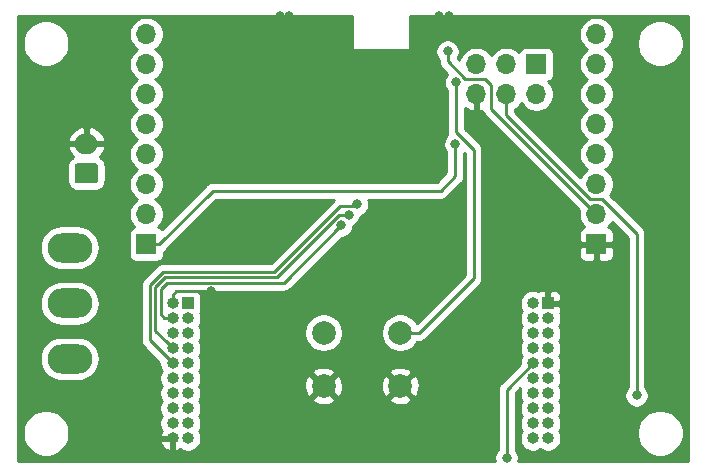
<source format=gbl>
G04 #@! TF.GenerationSoftware,KiCad,Pcbnew,5.1.5-52549c5~84~ubuntu18.04.1*
G04 #@! TF.CreationDate,2019-12-20T17:40:03+05:30*
G04 #@! TF.ProjectId,senseble_rev1,73656e73-6562-46c6-955f-726576312e6b,rev?*
G04 #@! TF.SameCoordinates,Original*
G04 #@! TF.FileFunction,Copper,L2,Bot*
G04 #@! TF.FilePolarity,Positive*
%FSLAX46Y46*%
G04 Gerber Fmt 4.6, Leading zero omitted, Abs format (unit mm)*
G04 Created by KiCad (PCBNEW 5.1.5-52549c5~84~ubuntu18.04.1) date 2019-12-20 17:40:03*
%MOMM*%
%LPD*%
G04 APERTURE LIST*
%ADD10C,0.100000*%
%ADD11O,2.000000X1.700000*%
%ADD12R,1.700000X1.700000*%
%ADD13O,1.700000X1.700000*%
%ADD14R,1.000000X1.000000*%
%ADD15O,1.000000X1.000000*%
%ADD16C,2.000000*%
%ADD17O,3.800000X2.500000*%
%ADD18C,0.800000*%
%ADD19C,0.250000*%
%ADD20C,0.254000*%
G04 APERTURE END LIST*
G04 #@! TA.AperFunction,ComponentPad*
D10*
G36*
X7194504Y-23151204D02*
G01*
X7218773Y-23154804D01*
X7242571Y-23160765D01*
X7265671Y-23169030D01*
X7287849Y-23179520D01*
X7308893Y-23192133D01*
X7328598Y-23206747D01*
X7346777Y-23223223D01*
X7363253Y-23241402D01*
X7377867Y-23261107D01*
X7390480Y-23282151D01*
X7400970Y-23304329D01*
X7409235Y-23327429D01*
X7415196Y-23351227D01*
X7418796Y-23375496D01*
X7420000Y-23400000D01*
X7420000Y-24600000D01*
X7418796Y-24624504D01*
X7415196Y-24648773D01*
X7409235Y-24672571D01*
X7400970Y-24695671D01*
X7390480Y-24717849D01*
X7377867Y-24738893D01*
X7363253Y-24758598D01*
X7346777Y-24776777D01*
X7328598Y-24793253D01*
X7308893Y-24807867D01*
X7287849Y-24820480D01*
X7265671Y-24830970D01*
X7242571Y-24839235D01*
X7218773Y-24845196D01*
X7194504Y-24848796D01*
X7170000Y-24850000D01*
X5670000Y-24850000D01*
X5645496Y-24848796D01*
X5621227Y-24845196D01*
X5597429Y-24839235D01*
X5574329Y-24830970D01*
X5552151Y-24820480D01*
X5531107Y-24807867D01*
X5511402Y-24793253D01*
X5493223Y-24776777D01*
X5476747Y-24758598D01*
X5462133Y-24738893D01*
X5449520Y-24717849D01*
X5439030Y-24695671D01*
X5430765Y-24672571D01*
X5424804Y-24648773D01*
X5421204Y-24624504D01*
X5420000Y-24600000D01*
X5420000Y-23400000D01*
X5421204Y-23375496D01*
X5424804Y-23351227D01*
X5430765Y-23327429D01*
X5439030Y-23304329D01*
X5449520Y-23282151D01*
X5462133Y-23261107D01*
X5476747Y-23241402D01*
X5493223Y-23223223D01*
X5511402Y-23206747D01*
X5531107Y-23192133D01*
X5552151Y-23179520D01*
X5574329Y-23169030D01*
X5597429Y-23160765D01*
X5621227Y-23154804D01*
X5645496Y-23151204D01*
X5670000Y-23150000D01*
X7170000Y-23150000D01*
X7194504Y-23151204D01*
G37*
G04 #@! TD.AperFunction*
D11*
X6420000Y-21500000D03*
D12*
X11500000Y-30000000D03*
D13*
X11500000Y-27460000D03*
X11500000Y-24920000D03*
X11500000Y-22380000D03*
X11500000Y-19840000D03*
X11500000Y-17300000D03*
X11500000Y-14760000D03*
X11500000Y-12220000D03*
D12*
X44520000Y-14760000D03*
D13*
X44520000Y-17300000D03*
X41980000Y-14760000D03*
X41980000Y-17300000D03*
X39440000Y-14760000D03*
X39440000Y-17300000D03*
X49600000Y-12220000D03*
X49600000Y-14760000D03*
X49600000Y-17300000D03*
X49600000Y-19840000D03*
X49600000Y-22380000D03*
X49600000Y-24920000D03*
X49600000Y-27460000D03*
D12*
X49600000Y-30000000D03*
D14*
X15000000Y-35000000D03*
D15*
X13730000Y-35000000D03*
X15000000Y-36270000D03*
X13730000Y-36270000D03*
X15000000Y-37540000D03*
X13730000Y-37540000D03*
X15000000Y-38810000D03*
X13730000Y-38810000D03*
X15000000Y-40080000D03*
X13730000Y-40080000D03*
X15000000Y-41350000D03*
X13730000Y-41350000D03*
X15000000Y-42620000D03*
X13730000Y-42620000D03*
X15000000Y-43890000D03*
X13730000Y-43890000D03*
X15000000Y-45160000D03*
X13730000Y-45160000D03*
X15000000Y-46430000D03*
X13730000Y-46430000D03*
X44230000Y-46430000D03*
X45500000Y-46430000D03*
X44230000Y-45160000D03*
X45500000Y-45160000D03*
X44230000Y-43890000D03*
X45500000Y-43890000D03*
X44230000Y-42620000D03*
X45500000Y-42620000D03*
X44230000Y-41350000D03*
X45500000Y-41350000D03*
X44230000Y-40080000D03*
X45500000Y-40080000D03*
X44230000Y-38810000D03*
X45500000Y-38810000D03*
X44230000Y-37540000D03*
X45500000Y-37540000D03*
X44230000Y-36270000D03*
X45500000Y-36270000D03*
X44230000Y-35000000D03*
D14*
X45500000Y-35000000D03*
D16*
X33000000Y-37500000D03*
X33000000Y-42000000D03*
X26500000Y-37500000D03*
X26500000Y-42000000D03*
D17*
X5000000Y-30300000D03*
X5000000Y-35000000D03*
X5000000Y-39700000D03*
D18*
X22000000Y-28500000D03*
X23600000Y-10700000D03*
X22800000Y-10700000D03*
X22800000Y-11500000D03*
X23600000Y-11500000D03*
X27100000Y-11200000D03*
X27900000Y-11200000D03*
X27900000Y-12000000D03*
X27100000Y-12000000D03*
X28000000Y-15000000D03*
X30000000Y-17000000D03*
X28000000Y-20000000D03*
X32000000Y-20000000D03*
X32000000Y-15000000D03*
X36300000Y-10700000D03*
X37100000Y-10700000D03*
X24406403Y-22706403D03*
X24400000Y-23500000D03*
X25200000Y-23500000D03*
X35500000Y-22700000D03*
X35500000Y-23500000D03*
X34700000Y-23500000D03*
X17000000Y-34000000D03*
X42000000Y-48100000D03*
X53000000Y-42800000D03*
X37725000Y-16300000D03*
X37663499Y-21536501D03*
X37000000Y-13675000D03*
X28000000Y-28400000D03*
X28625000Y-27500000D03*
X29325000Y-26600000D03*
D19*
X23600000Y-10700000D02*
X22800000Y-10700000D01*
X22800000Y-11500000D02*
X23600000Y-11500000D01*
X27100000Y-11200000D02*
X27900000Y-11200000D01*
X27900000Y-12000000D02*
X27100000Y-12000000D01*
X27100000Y-12000000D02*
X27100000Y-14100000D01*
X27100000Y-14100000D02*
X28000000Y-15000000D01*
X28000000Y-15000000D02*
X30000000Y-17000000D01*
X30000000Y-17000000D02*
X30000000Y-18000000D01*
X30000000Y-18000000D02*
X28000000Y-20000000D01*
X30000000Y-18000000D02*
X32000000Y-20000000D01*
X30000000Y-17000000D02*
X32000000Y-15000000D01*
X36300000Y-10700000D02*
X37100000Y-10700000D01*
X24406403Y-22706403D02*
X24406403Y-23493597D01*
X24406403Y-23493597D02*
X24400000Y-23500000D01*
X35500000Y-22700000D02*
X35500000Y-23500000D01*
X14022894Y-34000000D02*
X17000000Y-34000000D01*
X13730000Y-35000000D02*
X13730000Y-34292894D01*
X13730000Y-34292894D02*
X14022894Y-34000000D01*
X42000000Y-42310000D02*
X42000000Y-48100000D01*
X44230000Y-40080000D02*
X42000000Y-42310000D01*
X41980000Y-19080000D02*
X49100000Y-26200000D01*
X41980000Y-17300000D02*
X41980000Y-19080000D01*
X53000000Y-29120998D02*
X53000000Y-42800000D01*
X49100000Y-26200000D02*
X50079002Y-26200000D01*
X50079002Y-26200000D02*
X53000000Y-29120998D01*
X37725000Y-20525000D02*
X37725000Y-16300000D01*
X39200000Y-22000000D02*
X37725000Y-20525000D01*
X39200000Y-32900000D02*
X39200000Y-22000000D01*
X34600000Y-37500000D02*
X39200000Y-32900000D01*
X33000000Y-37500000D02*
X34600000Y-37500000D01*
X37663499Y-21536501D02*
X37663499Y-24236501D01*
X12600000Y-30000000D02*
X11500000Y-30000000D01*
X36415999Y-25484001D02*
X17115999Y-25484001D01*
X17115999Y-25484001D02*
X12600000Y-30000000D01*
X37663499Y-24236501D02*
X36415999Y-25484001D01*
X40700000Y-18560000D02*
X49600000Y-27460000D01*
X40700000Y-16500000D02*
X40700000Y-18560000D01*
X37000000Y-14501998D02*
X38498002Y-16000000D01*
X37000000Y-13675000D02*
X37000000Y-14501998D01*
X40200000Y-16000000D02*
X40700000Y-16500000D01*
X38498002Y-16000000D02*
X40200000Y-16000000D01*
X12700000Y-35947106D02*
X12700000Y-33800000D01*
X13022894Y-36270000D02*
X12700000Y-35947106D01*
X13730000Y-36270000D02*
X13022894Y-36270000D01*
X23153549Y-33246451D02*
X13246451Y-33246451D01*
X28000000Y-28400000D02*
X23153549Y-33246451D01*
X13246451Y-33246451D02*
X12700000Y-33800000D01*
X27826998Y-27500000D02*
X22530557Y-32796441D01*
X28625000Y-27500000D02*
X27826998Y-27500000D01*
X12249990Y-33604815D02*
X12249990Y-37329990D01*
X13230001Y-38310001D02*
X13730000Y-38810000D01*
X12249990Y-37329990D02*
X13230001Y-38310001D01*
X13058364Y-32796441D02*
X12249990Y-33604815D01*
X22530557Y-32796441D02*
X13058364Y-32796441D01*
X29150001Y-26774999D02*
X27915589Y-26774999D01*
X29325000Y-26600000D02*
X29150001Y-26774999D01*
X27915589Y-26774999D02*
X22344157Y-32346431D01*
X13230001Y-39580001D02*
X13730000Y-40080000D01*
X11799980Y-38149980D02*
X13230001Y-39580001D01*
X11799980Y-33418415D02*
X11799980Y-38149980D01*
X12871963Y-32346432D02*
X11799980Y-33418415D01*
X22344157Y-32346431D02*
X12871963Y-32346432D01*
D20*
G36*
X28873000Y-13400000D02*
G01*
X28875440Y-13424776D01*
X28882667Y-13448601D01*
X28894403Y-13470557D01*
X28910197Y-13489803D01*
X28929443Y-13505597D01*
X28951399Y-13517333D01*
X28975224Y-13524560D01*
X29000000Y-13527000D01*
X33700000Y-13527000D01*
X33724776Y-13524560D01*
X33748601Y-13517333D01*
X33770557Y-13505597D01*
X33789803Y-13489803D01*
X33805597Y-13470557D01*
X33817333Y-13448601D01*
X33824560Y-13424776D01*
X33827000Y-13400000D01*
X33827000Y-10660000D01*
X57340001Y-10660000D01*
X57340000Y-48340000D01*
X43007538Y-48340000D01*
X43035000Y-48201939D01*
X43035000Y-47998061D01*
X42995226Y-47798102D01*
X42917205Y-47609744D01*
X42803937Y-47440226D01*
X42760000Y-47396289D01*
X42760000Y-42624801D01*
X43168845Y-42215956D01*
X43138617Y-42288933D01*
X43095000Y-42508212D01*
X43095000Y-42731788D01*
X43138617Y-42951067D01*
X43224176Y-43157624D01*
X43289241Y-43255000D01*
X43224176Y-43352376D01*
X43138617Y-43558933D01*
X43095000Y-43778212D01*
X43095000Y-44001788D01*
X43138617Y-44221067D01*
X43224176Y-44427624D01*
X43289241Y-44525000D01*
X43224176Y-44622376D01*
X43138617Y-44828933D01*
X43095000Y-45048212D01*
X43095000Y-45271788D01*
X43138617Y-45491067D01*
X43224176Y-45697624D01*
X43289241Y-45795000D01*
X43224176Y-45892376D01*
X43138617Y-46098933D01*
X43095000Y-46318212D01*
X43095000Y-46541788D01*
X43138617Y-46761067D01*
X43224176Y-46967624D01*
X43348388Y-47153520D01*
X43506480Y-47311612D01*
X43692376Y-47435824D01*
X43898933Y-47521383D01*
X44118212Y-47565000D01*
X44341788Y-47565000D01*
X44561067Y-47521383D01*
X44767624Y-47435824D01*
X44865000Y-47370759D01*
X44962376Y-47435824D01*
X45168933Y-47521383D01*
X45388212Y-47565000D01*
X45611788Y-47565000D01*
X45831067Y-47521383D01*
X46037624Y-47435824D01*
X46223520Y-47311612D01*
X46381612Y-47153520D01*
X46505824Y-46967624D01*
X46591383Y-46761067D01*
X46635000Y-46541788D01*
X46635000Y-46318212D01*
X46591383Y-46098933D01*
X46505824Y-45892376D01*
X46447104Y-45804495D01*
X53015000Y-45804495D01*
X53015000Y-46195505D01*
X53091282Y-46579003D01*
X53240915Y-46940250D01*
X53458149Y-47265364D01*
X53734636Y-47541851D01*
X54059750Y-47759085D01*
X54420997Y-47908718D01*
X54804495Y-47985000D01*
X55195505Y-47985000D01*
X55579003Y-47908718D01*
X55940250Y-47759085D01*
X56265364Y-47541851D01*
X56541851Y-47265364D01*
X56759085Y-46940250D01*
X56908718Y-46579003D01*
X56985000Y-46195505D01*
X56985000Y-45804495D01*
X56908718Y-45420997D01*
X56759085Y-45059750D01*
X56541851Y-44734636D01*
X56265364Y-44458149D01*
X55940250Y-44240915D01*
X55579003Y-44091282D01*
X55195505Y-44015000D01*
X54804495Y-44015000D01*
X54420997Y-44091282D01*
X54059750Y-44240915D01*
X53734636Y-44458149D01*
X53458149Y-44734636D01*
X53240915Y-45059750D01*
X53091282Y-45420997D01*
X53015000Y-45804495D01*
X46447104Y-45804495D01*
X46440759Y-45795000D01*
X46505824Y-45697624D01*
X46591383Y-45491067D01*
X46635000Y-45271788D01*
X46635000Y-45048212D01*
X46591383Y-44828933D01*
X46505824Y-44622376D01*
X46440759Y-44525000D01*
X46505824Y-44427624D01*
X46591383Y-44221067D01*
X46635000Y-44001788D01*
X46635000Y-43778212D01*
X46591383Y-43558933D01*
X46505824Y-43352376D01*
X46440759Y-43255000D01*
X46505824Y-43157624D01*
X46591383Y-42951067D01*
X46635000Y-42731788D01*
X46635000Y-42508212D01*
X46591383Y-42288933D01*
X46505824Y-42082376D01*
X46440759Y-41985000D01*
X46505824Y-41887624D01*
X46591383Y-41681067D01*
X46635000Y-41461788D01*
X46635000Y-41238212D01*
X46591383Y-41018933D01*
X46505824Y-40812376D01*
X46440759Y-40715000D01*
X46505824Y-40617624D01*
X46591383Y-40411067D01*
X46635000Y-40191788D01*
X46635000Y-39968212D01*
X46591383Y-39748933D01*
X46505824Y-39542376D01*
X46440759Y-39445000D01*
X46505824Y-39347624D01*
X46591383Y-39141067D01*
X46635000Y-38921788D01*
X46635000Y-38698212D01*
X46591383Y-38478933D01*
X46505824Y-38272376D01*
X46440759Y-38175000D01*
X46505824Y-38077624D01*
X46591383Y-37871067D01*
X46635000Y-37651788D01*
X46635000Y-37428212D01*
X46591383Y-37208933D01*
X46505824Y-37002376D01*
X46440759Y-36905000D01*
X46505824Y-36807624D01*
X46591383Y-36601067D01*
X46635000Y-36381788D01*
X46635000Y-36158212D01*
X46591383Y-35938933D01*
X46545112Y-35827226D01*
X46589502Y-35744180D01*
X46625812Y-35624482D01*
X46638072Y-35500000D01*
X46635000Y-35285750D01*
X46476250Y-35127000D01*
X45627000Y-35127000D01*
X45627000Y-35138026D01*
X45611788Y-35135000D01*
X45388212Y-35135000D01*
X45373000Y-35138026D01*
X45373000Y-35127000D01*
X45361974Y-35127000D01*
X45365000Y-35111788D01*
X45365000Y-34888212D01*
X45361974Y-34873000D01*
X45373000Y-34873000D01*
X45373000Y-34023750D01*
X45627000Y-34023750D01*
X45627000Y-34873000D01*
X46476250Y-34873000D01*
X46635000Y-34714250D01*
X46638072Y-34500000D01*
X46625812Y-34375518D01*
X46589502Y-34255820D01*
X46530537Y-34145506D01*
X46451185Y-34048815D01*
X46354494Y-33969463D01*
X46244180Y-33910498D01*
X46124482Y-33874188D01*
X46000000Y-33861928D01*
X45785750Y-33865000D01*
X45627000Y-34023750D01*
X45373000Y-34023750D01*
X45214250Y-33865000D01*
X45000000Y-33861928D01*
X44875518Y-33874188D01*
X44755820Y-33910498D01*
X44672774Y-33954888D01*
X44561067Y-33908617D01*
X44341788Y-33865000D01*
X44118212Y-33865000D01*
X43898933Y-33908617D01*
X43692376Y-33994176D01*
X43506480Y-34118388D01*
X43348388Y-34276480D01*
X43224176Y-34462376D01*
X43138617Y-34668933D01*
X43095000Y-34888212D01*
X43095000Y-35111788D01*
X43138617Y-35331067D01*
X43224176Y-35537624D01*
X43289241Y-35635000D01*
X43224176Y-35732376D01*
X43138617Y-35938933D01*
X43095000Y-36158212D01*
X43095000Y-36381788D01*
X43138617Y-36601067D01*
X43224176Y-36807624D01*
X43289241Y-36905000D01*
X43224176Y-37002376D01*
X43138617Y-37208933D01*
X43095000Y-37428212D01*
X43095000Y-37651788D01*
X43138617Y-37871067D01*
X43224176Y-38077624D01*
X43289241Y-38175000D01*
X43224176Y-38272376D01*
X43138617Y-38478933D01*
X43095000Y-38698212D01*
X43095000Y-38921788D01*
X43138617Y-39141067D01*
X43224176Y-39347624D01*
X43289241Y-39445000D01*
X43224176Y-39542376D01*
X43138617Y-39748933D01*
X43095000Y-39968212D01*
X43095000Y-40140198D01*
X41489003Y-41746196D01*
X41459999Y-41769999D01*
X41404871Y-41837174D01*
X41365026Y-41885724D01*
X41359277Y-41896480D01*
X41294454Y-42017754D01*
X41250997Y-42161015D01*
X41240000Y-42272668D01*
X41240000Y-42272678D01*
X41236324Y-42310000D01*
X41240000Y-42347323D01*
X41240001Y-47396288D01*
X41196063Y-47440226D01*
X41082795Y-47609744D01*
X41004774Y-47798102D01*
X40965000Y-47998061D01*
X40965000Y-48201939D01*
X40992462Y-48340000D01*
X660000Y-48340000D01*
X660000Y-45804495D01*
X1015000Y-45804495D01*
X1015000Y-46195505D01*
X1091282Y-46579003D01*
X1240915Y-46940250D01*
X1458149Y-47265364D01*
X1734636Y-47541851D01*
X2059750Y-47759085D01*
X2420997Y-47908718D01*
X2804495Y-47985000D01*
X3195505Y-47985000D01*
X3579003Y-47908718D01*
X3940250Y-47759085D01*
X4265364Y-47541851D01*
X4541851Y-47265364D01*
X4759085Y-46940250D01*
X4845396Y-46731874D01*
X12635881Y-46731874D01*
X12652554Y-46786864D01*
X12742877Y-46990206D01*
X12871135Y-47172020D01*
X13032399Y-47325318D01*
X13220471Y-47444210D01*
X13428124Y-47524126D01*
X13603000Y-47399129D01*
X13603000Y-46557000D01*
X12762046Y-46557000D01*
X12635881Y-46731874D01*
X4845396Y-46731874D01*
X4908718Y-46579003D01*
X4985000Y-46195505D01*
X4985000Y-45804495D01*
X4908718Y-45420997D01*
X4759085Y-45059750D01*
X4541851Y-44734636D01*
X4265364Y-44458149D01*
X3940250Y-44240915D01*
X3579003Y-44091282D01*
X3195505Y-44015000D01*
X2804495Y-44015000D01*
X2420997Y-44091282D01*
X2059750Y-44240915D01*
X1734636Y-44458149D01*
X1458149Y-44734636D01*
X1240915Y-45059750D01*
X1091282Y-45420997D01*
X1015000Y-45804495D01*
X660000Y-45804495D01*
X660000Y-39700000D01*
X2455880Y-39700000D01*
X2492275Y-40069524D01*
X2600061Y-40424848D01*
X2775097Y-40752317D01*
X3010655Y-41039345D01*
X3297683Y-41274903D01*
X3625152Y-41449939D01*
X3980476Y-41557725D01*
X4257403Y-41585000D01*
X5742597Y-41585000D01*
X6019524Y-41557725D01*
X6374848Y-41449939D01*
X6702317Y-41274903D01*
X6989345Y-41039345D01*
X7224903Y-40752317D01*
X7399939Y-40424848D01*
X7507725Y-40069524D01*
X7544120Y-39700000D01*
X7507725Y-39330476D01*
X7399939Y-38975152D01*
X7224903Y-38647683D01*
X6989345Y-38360655D01*
X6702317Y-38125097D01*
X6374848Y-37950061D01*
X6019524Y-37842275D01*
X5742597Y-37815000D01*
X4257403Y-37815000D01*
X3980476Y-37842275D01*
X3625152Y-37950061D01*
X3297683Y-38125097D01*
X3010655Y-38360655D01*
X2775097Y-38647683D01*
X2600061Y-38975152D01*
X2492275Y-39330476D01*
X2455880Y-39700000D01*
X660000Y-39700000D01*
X660000Y-35000000D01*
X2455880Y-35000000D01*
X2492275Y-35369524D01*
X2600061Y-35724848D01*
X2775097Y-36052317D01*
X3010655Y-36339345D01*
X3297683Y-36574903D01*
X3625152Y-36749939D01*
X3980476Y-36857725D01*
X4257403Y-36885000D01*
X5742597Y-36885000D01*
X6019524Y-36857725D01*
X6374848Y-36749939D01*
X6702317Y-36574903D01*
X6989345Y-36339345D01*
X7224903Y-36052317D01*
X7399939Y-35724848D01*
X7507725Y-35369524D01*
X7544120Y-35000000D01*
X7507725Y-34630476D01*
X7399939Y-34275152D01*
X7224903Y-33947683D01*
X6989345Y-33660655D01*
X6702317Y-33425097D01*
X6374848Y-33250061D01*
X6019524Y-33142275D01*
X5742597Y-33115000D01*
X4257403Y-33115000D01*
X3980476Y-33142275D01*
X3625152Y-33250061D01*
X3297683Y-33425097D01*
X3010655Y-33660655D01*
X2775097Y-33947683D01*
X2600061Y-34275152D01*
X2492275Y-34630476D01*
X2455880Y-35000000D01*
X660000Y-35000000D01*
X660000Y-30300000D01*
X2455880Y-30300000D01*
X2492275Y-30669524D01*
X2600061Y-31024848D01*
X2775097Y-31352317D01*
X3010655Y-31639345D01*
X3297683Y-31874903D01*
X3625152Y-32049939D01*
X3980476Y-32157725D01*
X4257403Y-32185000D01*
X5742597Y-32185000D01*
X6019524Y-32157725D01*
X6374848Y-32049939D01*
X6702317Y-31874903D01*
X6989345Y-31639345D01*
X7224903Y-31352317D01*
X7399939Y-31024848D01*
X7507725Y-30669524D01*
X7544120Y-30300000D01*
X7507725Y-29930476D01*
X7399939Y-29575152D01*
X7224903Y-29247683D01*
X7144737Y-29150000D01*
X10011928Y-29150000D01*
X10011928Y-30850000D01*
X10024188Y-30974482D01*
X10060498Y-31094180D01*
X10119463Y-31204494D01*
X10198815Y-31301185D01*
X10295506Y-31380537D01*
X10405820Y-31439502D01*
X10525518Y-31475812D01*
X10650000Y-31488072D01*
X12350000Y-31488072D01*
X12474482Y-31475812D01*
X12594180Y-31439502D01*
X12704494Y-31380537D01*
X12801185Y-31301185D01*
X12880537Y-31204494D01*
X12939502Y-31094180D01*
X12975812Y-30974482D01*
X12988072Y-30850000D01*
X12988072Y-30654326D01*
X13024276Y-30634974D01*
X13140001Y-30540001D01*
X13163804Y-30510997D01*
X17430801Y-26244001D01*
X27368199Y-26244001D01*
X27351790Y-26263996D01*
X22029356Y-31586431D01*
X12909296Y-31586433D01*
X12871963Y-31582756D01*
X12722977Y-31597430D01*
X12579716Y-31640886D01*
X12447686Y-31711458D01*
X12360960Y-31782633D01*
X12360955Y-31782638D01*
X12331962Y-31806432D01*
X12308168Y-31835425D01*
X11288982Y-32854611D01*
X11259979Y-32878414D01*
X11233869Y-32910230D01*
X11165006Y-32994139D01*
X11111729Y-33093813D01*
X11094434Y-33126169D01*
X11050977Y-33269430D01*
X11039980Y-33381083D01*
X11039980Y-33381093D01*
X11036304Y-33418415D01*
X11039980Y-33455738D01*
X11039981Y-38112648D01*
X11036304Y-38149980D01*
X11039981Y-38187313D01*
X11050978Y-38298966D01*
X11064160Y-38342422D01*
X11094434Y-38442226D01*
X11165006Y-38574256D01*
X11225267Y-38647683D01*
X11259980Y-38689981D01*
X11288978Y-38713779D01*
X12595000Y-40019802D01*
X12595000Y-40191788D01*
X12638617Y-40411067D01*
X12724176Y-40617624D01*
X12789241Y-40715000D01*
X12724176Y-40812376D01*
X12638617Y-41018933D01*
X12595000Y-41238212D01*
X12595000Y-41461788D01*
X12638617Y-41681067D01*
X12724176Y-41887624D01*
X12789241Y-41985000D01*
X12724176Y-42082376D01*
X12638617Y-42288933D01*
X12595000Y-42508212D01*
X12595000Y-42731788D01*
X12638617Y-42951067D01*
X12724176Y-43157624D01*
X12789241Y-43255000D01*
X12724176Y-43352376D01*
X12638617Y-43558933D01*
X12595000Y-43778212D01*
X12595000Y-44001788D01*
X12638617Y-44221067D01*
X12724176Y-44427624D01*
X12789241Y-44525000D01*
X12724176Y-44622376D01*
X12638617Y-44828933D01*
X12595000Y-45048212D01*
X12595000Y-45271788D01*
X12638617Y-45491067D01*
X12724176Y-45697624D01*
X12792353Y-45799658D01*
X12742877Y-45869794D01*
X12652554Y-46073136D01*
X12635881Y-46128126D01*
X12762046Y-46303000D01*
X13603000Y-46303000D01*
X13603000Y-46291974D01*
X13618212Y-46295000D01*
X13841788Y-46295000D01*
X13857000Y-46291974D01*
X13857000Y-46303000D01*
X13868026Y-46303000D01*
X13865000Y-46318212D01*
X13865000Y-46541788D01*
X13868026Y-46557000D01*
X13857000Y-46557000D01*
X13857000Y-47399129D01*
X14031876Y-47524126D01*
X14239529Y-47444210D01*
X14360488Y-47367744D01*
X14462376Y-47435824D01*
X14668933Y-47521383D01*
X14888212Y-47565000D01*
X15111788Y-47565000D01*
X15331067Y-47521383D01*
X15537624Y-47435824D01*
X15723520Y-47311612D01*
X15881612Y-47153520D01*
X16005824Y-46967624D01*
X16091383Y-46761067D01*
X16135000Y-46541788D01*
X16135000Y-46318212D01*
X16091383Y-46098933D01*
X16005824Y-45892376D01*
X15940759Y-45795000D01*
X16005824Y-45697624D01*
X16091383Y-45491067D01*
X16135000Y-45271788D01*
X16135000Y-45048212D01*
X16091383Y-44828933D01*
X16005824Y-44622376D01*
X15940759Y-44525000D01*
X16005824Y-44427624D01*
X16091383Y-44221067D01*
X16135000Y-44001788D01*
X16135000Y-43778212D01*
X16091383Y-43558933D01*
X16005824Y-43352376D01*
X15940759Y-43255000D01*
X16005824Y-43157624D01*
X16015024Y-43135413D01*
X25544192Y-43135413D01*
X25639956Y-43399814D01*
X25929571Y-43540704D01*
X26241108Y-43622384D01*
X26562595Y-43641718D01*
X26881675Y-43597961D01*
X27186088Y-43492795D01*
X27360044Y-43399814D01*
X27455808Y-43135413D01*
X32044192Y-43135413D01*
X32139956Y-43399814D01*
X32429571Y-43540704D01*
X32741108Y-43622384D01*
X33062595Y-43641718D01*
X33381675Y-43597961D01*
X33686088Y-43492795D01*
X33860044Y-43399814D01*
X33955808Y-43135413D01*
X33000000Y-42179605D01*
X32044192Y-43135413D01*
X27455808Y-43135413D01*
X26500000Y-42179605D01*
X25544192Y-43135413D01*
X16015024Y-43135413D01*
X16091383Y-42951067D01*
X16135000Y-42731788D01*
X16135000Y-42508212D01*
X16091383Y-42288933D01*
X16005824Y-42082376D01*
X15992607Y-42062595D01*
X24858282Y-42062595D01*
X24902039Y-42381675D01*
X25007205Y-42686088D01*
X25100186Y-42860044D01*
X25364587Y-42955808D01*
X26320395Y-42000000D01*
X26679605Y-42000000D01*
X27635413Y-42955808D01*
X27899814Y-42860044D01*
X28040704Y-42570429D01*
X28122384Y-42258892D01*
X28134189Y-42062595D01*
X31358282Y-42062595D01*
X31402039Y-42381675D01*
X31507205Y-42686088D01*
X31600186Y-42860044D01*
X31864587Y-42955808D01*
X32820395Y-42000000D01*
X33179605Y-42000000D01*
X34135413Y-42955808D01*
X34399814Y-42860044D01*
X34540704Y-42570429D01*
X34622384Y-42258892D01*
X34641718Y-41937405D01*
X34597961Y-41618325D01*
X34492795Y-41313912D01*
X34399814Y-41139956D01*
X34135413Y-41044192D01*
X33179605Y-42000000D01*
X32820395Y-42000000D01*
X31864587Y-41044192D01*
X31600186Y-41139956D01*
X31459296Y-41429571D01*
X31377616Y-41741108D01*
X31358282Y-42062595D01*
X28134189Y-42062595D01*
X28141718Y-41937405D01*
X28097961Y-41618325D01*
X27992795Y-41313912D01*
X27899814Y-41139956D01*
X27635413Y-41044192D01*
X26679605Y-42000000D01*
X26320395Y-42000000D01*
X25364587Y-41044192D01*
X25100186Y-41139956D01*
X24959296Y-41429571D01*
X24877616Y-41741108D01*
X24858282Y-42062595D01*
X15992607Y-42062595D01*
X15940759Y-41985000D01*
X16005824Y-41887624D01*
X16091383Y-41681067D01*
X16135000Y-41461788D01*
X16135000Y-41238212D01*
X16091383Y-41018933D01*
X16027451Y-40864587D01*
X25544192Y-40864587D01*
X26500000Y-41820395D01*
X27455808Y-40864587D01*
X32044192Y-40864587D01*
X33000000Y-41820395D01*
X33955808Y-40864587D01*
X33860044Y-40600186D01*
X33570429Y-40459296D01*
X33258892Y-40377616D01*
X32937405Y-40358282D01*
X32618325Y-40402039D01*
X32313912Y-40507205D01*
X32139956Y-40600186D01*
X32044192Y-40864587D01*
X27455808Y-40864587D01*
X27360044Y-40600186D01*
X27070429Y-40459296D01*
X26758892Y-40377616D01*
X26437405Y-40358282D01*
X26118325Y-40402039D01*
X25813912Y-40507205D01*
X25639956Y-40600186D01*
X25544192Y-40864587D01*
X16027451Y-40864587D01*
X16005824Y-40812376D01*
X15940759Y-40715000D01*
X16005824Y-40617624D01*
X16091383Y-40411067D01*
X16135000Y-40191788D01*
X16135000Y-39968212D01*
X16091383Y-39748933D01*
X16005824Y-39542376D01*
X15940759Y-39445000D01*
X16005824Y-39347624D01*
X16091383Y-39141067D01*
X16135000Y-38921788D01*
X16135000Y-38698212D01*
X16091383Y-38478933D01*
X16005824Y-38272376D01*
X15940759Y-38175000D01*
X16005824Y-38077624D01*
X16091383Y-37871067D01*
X16135000Y-37651788D01*
X16135000Y-37428212D01*
X16117249Y-37338967D01*
X24865000Y-37338967D01*
X24865000Y-37661033D01*
X24927832Y-37976912D01*
X25051082Y-38274463D01*
X25230013Y-38542252D01*
X25457748Y-38769987D01*
X25725537Y-38948918D01*
X26023088Y-39072168D01*
X26338967Y-39135000D01*
X26661033Y-39135000D01*
X26976912Y-39072168D01*
X27274463Y-38948918D01*
X27542252Y-38769987D01*
X27769987Y-38542252D01*
X27948918Y-38274463D01*
X28072168Y-37976912D01*
X28135000Y-37661033D01*
X28135000Y-37338967D01*
X28072168Y-37023088D01*
X27948918Y-36725537D01*
X27769987Y-36457748D01*
X27542252Y-36230013D01*
X27274463Y-36051082D01*
X26976912Y-35927832D01*
X26661033Y-35865000D01*
X26338967Y-35865000D01*
X26023088Y-35927832D01*
X25725537Y-36051082D01*
X25457748Y-36230013D01*
X25230013Y-36457748D01*
X25051082Y-36725537D01*
X24927832Y-37023088D01*
X24865000Y-37338967D01*
X16117249Y-37338967D01*
X16091383Y-37208933D01*
X16005824Y-37002376D01*
X15940759Y-36905000D01*
X16005824Y-36807624D01*
X16091383Y-36601067D01*
X16135000Y-36381788D01*
X16135000Y-36158212D01*
X16091383Y-35938933D01*
X16045112Y-35827226D01*
X16089502Y-35744180D01*
X16125812Y-35624482D01*
X16138072Y-35500000D01*
X16138072Y-34500000D01*
X16125812Y-34375518D01*
X16089502Y-34255820D01*
X16030537Y-34145506D01*
X15951185Y-34048815D01*
X15899564Y-34006451D01*
X23116227Y-34006451D01*
X23153549Y-34010127D01*
X23190871Y-34006451D01*
X23190882Y-34006451D01*
X23302535Y-33995454D01*
X23445796Y-33951997D01*
X23577825Y-33881425D01*
X23693550Y-33786452D01*
X23717353Y-33757448D01*
X28039802Y-29435000D01*
X28101939Y-29435000D01*
X28301898Y-29395226D01*
X28490256Y-29317205D01*
X28659774Y-29203937D01*
X28803937Y-29059774D01*
X28917205Y-28890256D01*
X28995226Y-28701898D01*
X29035000Y-28501939D01*
X29035000Y-28450448D01*
X29115256Y-28417205D01*
X29284774Y-28303937D01*
X29428937Y-28159774D01*
X29542205Y-27990256D01*
X29620226Y-27801898D01*
X29660000Y-27601939D01*
X29660000Y-27581515D01*
X29815256Y-27517205D01*
X29984774Y-27403937D01*
X30128937Y-27259774D01*
X30242205Y-27090256D01*
X30320226Y-26901898D01*
X30360000Y-26701939D01*
X30360000Y-26498061D01*
X30320226Y-26298102D01*
X30297816Y-26244001D01*
X36378677Y-26244001D01*
X36415999Y-26247677D01*
X36453321Y-26244001D01*
X36453332Y-26244001D01*
X36564985Y-26233004D01*
X36708246Y-26189547D01*
X36840275Y-26118975D01*
X36956000Y-26024002D01*
X36979802Y-25994999D01*
X38174507Y-24800296D01*
X38203500Y-24776502D01*
X38227294Y-24747509D01*
X38227298Y-24747505D01*
X38298472Y-24660778D01*
X38330959Y-24600000D01*
X38369045Y-24528748D01*
X38412502Y-24385487D01*
X38423499Y-24273834D01*
X38423499Y-24273825D01*
X38427175Y-24236502D01*
X38423499Y-24199179D01*
X38423499Y-22298301D01*
X38440001Y-22314803D01*
X38440000Y-32585197D01*
X34389134Y-36636064D01*
X34269987Y-36457748D01*
X34042252Y-36230013D01*
X33774463Y-36051082D01*
X33476912Y-35927832D01*
X33161033Y-35865000D01*
X32838967Y-35865000D01*
X32523088Y-35927832D01*
X32225537Y-36051082D01*
X31957748Y-36230013D01*
X31730013Y-36457748D01*
X31551082Y-36725537D01*
X31427832Y-37023088D01*
X31365000Y-37338967D01*
X31365000Y-37661033D01*
X31427832Y-37976912D01*
X31551082Y-38274463D01*
X31730013Y-38542252D01*
X31957748Y-38769987D01*
X32225537Y-38948918D01*
X32523088Y-39072168D01*
X32838967Y-39135000D01*
X33161033Y-39135000D01*
X33476912Y-39072168D01*
X33774463Y-38948918D01*
X34042252Y-38769987D01*
X34269987Y-38542252D01*
X34448918Y-38274463D01*
X34454909Y-38260000D01*
X34562678Y-38260000D01*
X34600000Y-38263676D01*
X34637322Y-38260000D01*
X34637333Y-38260000D01*
X34748986Y-38249003D01*
X34892247Y-38205546D01*
X35024276Y-38134974D01*
X35140001Y-38040001D01*
X35163804Y-38010997D01*
X39711009Y-33463794D01*
X39740001Y-33440001D01*
X39763795Y-33411008D01*
X39763799Y-33411004D01*
X39834973Y-33324277D01*
X39834974Y-33324276D01*
X39905546Y-33192247D01*
X39949003Y-33048986D01*
X39960000Y-32937333D01*
X39960000Y-32937324D01*
X39963676Y-32900001D01*
X39960000Y-32862678D01*
X39960000Y-30850000D01*
X48111928Y-30850000D01*
X48124188Y-30974482D01*
X48160498Y-31094180D01*
X48219463Y-31204494D01*
X48298815Y-31301185D01*
X48395506Y-31380537D01*
X48505820Y-31439502D01*
X48625518Y-31475812D01*
X48750000Y-31488072D01*
X49314250Y-31485000D01*
X49473000Y-31326250D01*
X49473000Y-30127000D01*
X49727000Y-30127000D01*
X49727000Y-31326250D01*
X49885750Y-31485000D01*
X50450000Y-31488072D01*
X50574482Y-31475812D01*
X50694180Y-31439502D01*
X50804494Y-31380537D01*
X50901185Y-31301185D01*
X50980537Y-31204494D01*
X51039502Y-31094180D01*
X51075812Y-30974482D01*
X51088072Y-30850000D01*
X51085000Y-30285750D01*
X50926250Y-30127000D01*
X49727000Y-30127000D01*
X49473000Y-30127000D01*
X48273750Y-30127000D01*
X48115000Y-30285750D01*
X48111928Y-30850000D01*
X39960000Y-30850000D01*
X39960000Y-22037322D01*
X39963676Y-21999999D01*
X39960000Y-21962677D01*
X39960000Y-21962667D01*
X39949003Y-21851014D01*
X39905546Y-21707753D01*
X39862382Y-21627000D01*
X39834974Y-21575723D01*
X39763799Y-21488997D01*
X39740001Y-21459999D01*
X39711003Y-21436201D01*
X38485000Y-20210199D01*
X38485000Y-18431354D01*
X38673080Y-18571641D01*
X38935901Y-18696825D01*
X39083110Y-18741476D01*
X39313000Y-18620155D01*
X39313000Y-17427000D01*
X39293000Y-17427000D01*
X39293000Y-17173000D01*
X39313000Y-17173000D01*
X39313000Y-17153000D01*
X39567000Y-17153000D01*
X39567000Y-17173000D01*
X39587000Y-17173000D01*
X39587000Y-17427000D01*
X39567000Y-17427000D01*
X39567000Y-18620155D01*
X39796890Y-18741476D01*
X39944099Y-18696825D01*
X39949545Y-18694231D01*
X39950998Y-18708985D01*
X39994454Y-18852246D01*
X40065026Y-18984276D01*
X40136201Y-19071002D01*
X40160000Y-19100001D01*
X40188998Y-19123799D01*
X48158790Y-27093592D01*
X48115000Y-27313740D01*
X48115000Y-27606260D01*
X48172068Y-27893158D01*
X48284010Y-28163411D01*
X48446525Y-28406632D01*
X48578380Y-28538487D01*
X48505820Y-28560498D01*
X48395506Y-28619463D01*
X48298815Y-28698815D01*
X48219463Y-28795506D01*
X48160498Y-28905820D01*
X48124188Y-29025518D01*
X48111928Y-29150000D01*
X48115000Y-29714250D01*
X48273750Y-29873000D01*
X49473000Y-29873000D01*
X49473000Y-29853000D01*
X49727000Y-29853000D01*
X49727000Y-29873000D01*
X50926250Y-29873000D01*
X51085000Y-29714250D01*
X51088072Y-29150000D01*
X51075812Y-29025518D01*
X51039502Y-28905820D01*
X50980537Y-28795506D01*
X50901185Y-28698815D01*
X50804494Y-28619463D01*
X50694180Y-28560498D01*
X50621620Y-28538487D01*
X50753475Y-28406632D01*
X50915990Y-28163411D01*
X50931110Y-28126909D01*
X52240000Y-29435800D01*
X52240001Y-42096288D01*
X52196063Y-42140226D01*
X52082795Y-42309744D01*
X52004774Y-42498102D01*
X51965000Y-42698061D01*
X51965000Y-42901939D01*
X52004774Y-43101898D01*
X52082795Y-43290256D01*
X52196063Y-43459774D01*
X52340226Y-43603937D01*
X52509744Y-43717205D01*
X52698102Y-43795226D01*
X52898061Y-43835000D01*
X53101939Y-43835000D01*
X53301898Y-43795226D01*
X53490256Y-43717205D01*
X53659774Y-43603937D01*
X53803937Y-43459774D01*
X53917205Y-43290256D01*
X53995226Y-43101898D01*
X54035000Y-42901939D01*
X54035000Y-42698061D01*
X53995226Y-42498102D01*
X53917205Y-42309744D01*
X53803937Y-42140226D01*
X53760000Y-42096289D01*
X53760000Y-29158320D01*
X53763676Y-29120998D01*
X53760000Y-29083675D01*
X53760000Y-29083665D01*
X53749003Y-28972012D01*
X53705546Y-28828751D01*
X53634975Y-28696723D01*
X53634974Y-28696721D01*
X53563799Y-28609995D01*
X53540001Y-28580997D01*
X53511004Y-28557200D01*
X50780295Y-25826492D01*
X50915990Y-25623411D01*
X51027932Y-25353158D01*
X51085000Y-25066260D01*
X51085000Y-24773740D01*
X51027932Y-24486842D01*
X50915990Y-24216589D01*
X50753475Y-23973368D01*
X50546632Y-23766525D01*
X50372240Y-23650000D01*
X50546632Y-23533475D01*
X50753475Y-23326632D01*
X50915990Y-23083411D01*
X51027932Y-22813158D01*
X51085000Y-22526260D01*
X51085000Y-22233740D01*
X51027932Y-21946842D01*
X50915990Y-21676589D01*
X50753475Y-21433368D01*
X50546632Y-21226525D01*
X50372240Y-21110000D01*
X50546632Y-20993475D01*
X50753475Y-20786632D01*
X50915990Y-20543411D01*
X51027932Y-20273158D01*
X51085000Y-19986260D01*
X51085000Y-19693740D01*
X51027932Y-19406842D01*
X50915990Y-19136589D01*
X50753475Y-18893368D01*
X50546632Y-18686525D01*
X50372240Y-18570000D01*
X50546632Y-18453475D01*
X50753475Y-18246632D01*
X50915990Y-18003411D01*
X51027932Y-17733158D01*
X51085000Y-17446260D01*
X51085000Y-17153740D01*
X51027932Y-16866842D01*
X50915990Y-16596589D01*
X50753475Y-16353368D01*
X50546632Y-16146525D01*
X50372240Y-16030000D01*
X50546632Y-15913475D01*
X50753475Y-15706632D01*
X50915990Y-15463411D01*
X51027932Y-15193158D01*
X51085000Y-14906260D01*
X51085000Y-14613740D01*
X51027932Y-14326842D01*
X50915990Y-14056589D01*
X50753475Y-13813368D01*
X50546632Y-13606525D01*
X50372240Y-13490000D01*
X50546632Y-13373475D01*
X50753475Y-13166632D01*
X50915990Y-12923411D01*
X50965246Y-12804495D01*
X53015000Y-12804495D01*
X53015000Y-13195505D01*
X53091282Y-13579003D01*
X53240915Y-13940250D01*
X53458149Y-14265364D01*
X53734636Y-14541851D01*
X54059750Y-14759085D01*
X54420997Y-14908718D01*
X54804495Y-14985000D01*
X55195505Y-14985000D01*
X55579003Y-14908718D01*
X55940250Y-14759085D01*
X56265364Y-14541851D01*
X56541851Y-14265364D01*
X56759085Y-13940250D01*
X56908718Y-13579003D01*
X56985000Y-13195505D01*
X56985000Y-12804495D01*
X56908718Y-12420997D01*
X56759085Y-12059750D01*
X56541851Y-11734636D01*
X56265364Y-11458149D01*
X55940250Y-11240915D01*
X55579003Y-11091282D01*
X55195505Y-11015000D01*
X54804495Y-11015000D01*
X54420997Y-11091282D01*
X54059750Y-11240915D01*
X53734636Y-11458149D01*
X53458149Y-11734636D01*
X53240915Y-12059750D01*
X53091282Y-12420997D01*
X53015000Y-12804495D01*
X50965246Y-12804495D01*
X51027932Y-12653158D01*
X51085000Y-12366260D01*
X51085000Y-12073740D01*
X51027932Y-11786842D01*
X50915990Y-11516589D01*
X50753475Y-11273368D01*
X50546632Y-11066525D01*
X50303411Y-10904010D01*
X50033158Y-10792068D01*
X49746260Y-10735000D01*
X49453740Y-10735000D01*
X49166842Y-10792068D01*
X48896589Y-10904010D01*
X48653368Y-11066525D01*
X48446525Y-11273368D01*
X48284010Y-11516589D01*
X48172068Y-11786842D01*
X48115000Y-12073740D01*
X48115000Y-12366260D01*
X48172068Y-12653158D01*
X48284010Y-12923411D01*
X48446525Y-13166632D01*
X48653368Y-13373475D01*
X48827760Y-13490000D01*
X48653368Y-13606525D01*
X48446525Y-13813368D01*
X48284010Y-14056589D01*
X48172068Y-14326842D01*
X48115000Y-14613740D01*
X48115000Y-14906260D01*
X48172068Y-15193158D01*
X48284010Y-15463411D01*
X48446525Y-15706632D01*
X48653368Y-15913475D01*
X48827760Y-16030000D01*
X48653368Y-16146525D01*
X48446525Y-16353368D01*
X48284010Y-16596589D01*
X48172068Y-16866842D01*
X48115000Y-17153740D01*
X48115000Y-17446260D01*
X48172068Y-17733158D01*
X48284010Y-18003411D01*
X48446525Y-18246632D01*
X48653368Y-18453475D01*
X48827760Y-18570000D01*
X48653368Y-18686525D01*
X48446525Y-18893368D01*
X48284010Y-19136589D01*
X48172068Y-19406842D01*
X48115000Y-19693740D01*
X48115000Y-19986260D01*
X48172068Y-20273158D01*
X48284010Y-20543411D01*
X48446525Y-20786632D01*
X48653368Y-20993475D01*
X48827760Y-21110000D01*
X48653368Y-21226525D01*
X48446525Y-21433368D01*
X48284010Y-21676589D01*
X48172068Y-21946842D01*
X48115000Y-22233740D01*
X48115000Y-22526260D01*
X48172068Y-22813158D01*
X48284010Y-23083411D01*
X48446525Y-23326632D01*
X48653368Y-23533475D01*
X48827760Y-23650000D01*
X48653368Y-23766525D01*
X48446525Y-23973368D01*
X48284010Y-24216589D01*
X48256883Y-24282081D01*
X42740000Y-18765199D01*
X42740000Y-18578178D01*
X42926632Y-18453475D01*
X43133475Y-18246632D01*
X43250000Y-18072240D01*
X43366525Y-18246632D01*
X43573368Y-18453475D01*
X43816589Y-18615990D01*
X44086842Y-18727932D01*
X44373740Y-18785000D01*
X44666260Y-18785000D01*
X44953158Y-18727932D01*
X45223411Y-18615990D01*
X45466632Y-18453475D01*
X45673475Y-18246632D01*
X45835990Y-18003411D01*
X45947932Y-17733158D01*
X46005000Y-17446260D01*
X46005000Y-17153740D01*
X45947932Y-16866842D01*
X45835990Y-16596589D01*
X45673475Y-16353368D01*
X45541620Y-16221513D01*
X45614180Y-16199502D01*
X45724494Y-16140537D01*
X45821185Y-16061185D01*
X45900537Y-15964494D01*
X45959502Y-15854180D01*
X45995812Y-15734482D01*
X46008072Y-15610000D01*
X46008072Y-13910000D01*
X45995812Y-13785518D01*
X45959502Y-13665820D01*
X45900537Y-13555506D01*
X45821185Y-13458815D01*
X45724494Y-13379463D01*
X45614180Y-13320498D01*
X45494482Y-13284188D01*
X45370000Y-13271928D01*
X43670000Y-13271928D01*
X43545518Y-13284188D01*
X43425820Y-13320498D01*
X43315506Y-13379463D01*
X43218815Y-13458815D01*
X43139463Y-13555506D01*
X43080498Y-13665820D01*
X43058487Y-13738380D01*
X42926632Y-13606525D01*
X42683411Y-13444010D01*
X42413158Y-13332068D01*
X42126260Y-13275000D01*
X41833740Y-13275000D01*
X41546842Y-13332068D01*
X41276589Y-13444010D01*
X41033368Y-13606525D01*
X40826525Y-13813368D01*
X40710000Y-13987760D01*
X40593475Y-13813368D01*
X40386632Y-13606525D01*
X40143411Y-13444010D01*
X39873158Y-13332068D01*
X39586260Y-13275000D01*
X39293740Y-13275000D01*
X39006842Y-13332068D01*
X38736589Y-13444010D01*
X38493368Y-13606525D01*
X38286525Y-13813368D01*
X38124010Y-14056589D01*
X38012068Y-14326842D01*
X37993416Y-14420612D01*
X37845449Y-14272646D01*
X37917205Y-14165256D01*
X37995226Y-13976898D01*
X38035000Y-13776939D01*
X38035000Y-13573061D01*
X37995226Y-13373102D01*
X37917205Y-13184744D01*
X37803937Y-13015226D01*
X37659774Y-12871063D01*
X37490256Y-12757795D01*
X37301898Y-12679774D01*
X37101939Y-12640000D01*
X36898061Y-12640000D01*
X36698102Y-12679774D01*
X36509744Y-12757795D01*
X36340226Y-12871063D01*
X36196063Y-13015226D01*
X36082795Y-13184744D01*
X36004774Y-13373102D01*
X35965000Y-13573061D01*
X35965000Y-13776939D01*
X36004774Y-13976898D01*
X36082795Y-14165256D01*
X36196063Y-14334774D01*
X36240000Y-14378711D01*
X36240000Y-14464676D01*
X36236324Y-14501998D01*
X36240000Y-14539320D01*
X36240000Y-14539331D01*
X36250998Y-14650983D01*
X36294454Y-14794244D01*
X36365026Y-14926274D01*
X36413222Y-14985000D01*
X36460000Y-15041999D01*
X36488998Y-15065797D01*
X36992245Y-15569044D01*
X36921063Y-15640226D01*
X36807795Y-15809744D01*
X36729774Y-15998102D01*
X36690000Y-16198061D01*
X36690000Y-16401939D01*
X36729774Y-16601898D01*
X36807795Y-16790256D01*
X36921063Y-16959774D01*
X36965001Y-17003712D01*
X36965000Y-20487677D01*
X36961324Y-20525000D01*
X36965000Y-20562322D01*
X36965000Y-20562332D01*
X36975997Y-20673985D01*
X36996084Y-20740205D01*
X36859562Y-20876727D01*
X36746294Y-21046245D01*
X36668273Y-21234603D01*
X36628499Y-21434562D01*
X36628499Y-21638440D01*
X36668273Y-21838399D01*
X36746294Y-22026757D01*
X36859562Y-22196275D01*
X36903499Y-22240212D01*
X36903500Y-23921698D01*
X36101198Y-24724001D01*
X17153321Y-24724001D01*
X17115998Y-24720325D01*
X17078675Y-24724001D01*
X17078666Y-24724001D01*
X16967013Y-24734998D01*
X16840898Y-24773254D01*
X16823752Y-24778455D01*
X16691722Y-24849027D01*
X16608082Y-24917669D01*
X16575998Y-24944000D01*
X16552200Y-24972998D01*
X12812543Y-28712655D01*
X12801185Y-28698815D01*
X12704494Y-28619463D01*
X12594180Y-28560498D01*
X12521620Y-28538487D01*
X12653475Y-28406632D01*
X12815990Y-28163411D01*
X12927932Y-27893158D01*
X12985000Y-27606260D01*
X12985000Y-27313740D01*
X12927932Y-27026842D01*
X12815990Y-26756589D01*
X12653475Y-26513368D01*
X12446632Y-26306525D01*
X12272240Y-26190000D01*
X12446632Y-26073475D01*
X12653475Y-25866632D01*
X12815990Y-25623411D01*
X12927932Y-25353158D01*
X12985000Y-25066260D01*
X12985000Y-24773740D01*
X12927932Y-24486842D01*
X12815990Y-24216589D01*
X12653475Y-23973368D01*
X12446632Y-23766525D01*
X12272240Y-23650000D01*
X12446632Y-23533475D01*
X12653475Y-23326632D01*
X12815990Y-23083411D01*
X12927932Y-22813158D01*
X12985000Y-22526260D01*
X12985000Y-22233740D01*
X12927932Y-21946842D01*
X12815990Y-21676589D01*
X12653475Y-21433368D01*
X12446632Y-21226525D01*
X12272240Y-21110000D01*
X12446632Y-20993475D01*
X12653475Y-20786632D01*
X12815990Y-20543411D01*
X12927932Y-20273158D01*
X12985000Y-19986260D01*
X12985000Y-19693740D01*
X12927932Y-19406842D01*
X12815990Y-19136589D01*
X12653475Y-18893368D01*
X12446632Y-18686525D01*
X12272240Y-18570000D01*
X12446632Y-18453475D01*
X12653475Y-18246632D01*
X12815990Y-18003411D01*
X12927932Y-17733158D01*
X12985000Y-17446260D01*
X12985000Y-17153740D01*
X12927932Y-16866842D01*
X12815990Y-16596589D01*
X12653475Y-16353368D01*
X12446632Y-16146525D01*
X12272240Y-16030000D01*
X12446632Y-15913475D01*
X12653475Y-15706632D01*
X12815990Y-15463411D01*
X12927932Y-15193158D01*
X12985000Y-14906260D01*
X12985000Y-14613740D01*
X12927932Y-14326842D01*
X12815990Y-14056589D01*
X12653475Y-13813368D01*
X12446632Y-13606525D01*
X12272240Y-13490000D01*
X12446632Y-13373475D01*
X12653475Y-13166632D01*
X12815990Y-12923411D01*
X12927932Y-12653158D01*
X12985000Y-12366260D01*
X12985000Y-12073740D01*
X12927932Y-11786842D01*
X12815990Y-11516589D01*
X12653475Y-11273368D01*
X12446632Y-11066525D01*
X12203411Y-10904010D01*
X11933158Y-10792068D01*
X11646260Y-10735000D01*
X11353740Y-10735000D01*
X11066842Y-10792068D01*
X10796589Y-10904010D01*
X10553368Y-11066525D01*
X10346525Y-11273368D01*
X10184010Y-11516589D01*
X10072068Y-11786842D01*
X10015000Y-12073740D01*
X10015000Y-12366260D01*
X10072068Y-12653158D01*
X10184010Y-12923411D01*
X10346525Y-13166632D01*
X10553368Y-13373475D01*
X10727760Y-13490000D01*
X10553368Y-13606525D01*
X10346525Y-13813368D01*
X10184010Y-14056589D01*
X10072068Y-14326842D01*
X10015000Y-14613740D01*
X10015000Y-14906260D01*
X10072068Y-15193158D01*
X10184010Y-15463411D01*
X10346525Y-15706632D01*
X10553368Y-15913475D01*
X10727760Y-16030000D01*
X10553368Y-16146525D01*
X10346525Y-16353368D01*
X10184010Y-16596589D01*
X10072068Y-16866842D01*
X10015000Y-17153740D01*
X10015000Y-17446260D01*
X10072068Y-17733158D01*
X10184010Y-18003411D01*
X10346525Y-18246632D01*
X10553368Y-18453475D01*
X10727760Y-18570000D01*
X10553368Y-18686525D01*
X10346525Y-18893368D01*
X10184010Y-19136589D01*
X10072068Y-19406842D01*
X10015000Y-19693740D01*
X10015000Y-19986260D01*
X10072068Y-20273158D01*
X10184010Y-20543411D01*
X10346525Y-20786632D01*
X10553368Y-20993475D01*
X10727760Y-21110000D01*
X10553368Y-21226525D01*
X10346525Y-21433368D01*
X10184010Y-21676589D01*
X10072068Y-21946842D01*
X10015000Y-22233740D01*
X10015000Y-22526260D01*
X10072068Y-22813158D01*
X10184010Y-23083411D01*
X10346525Y-23326632D01*
X10553368Y-23533475D01*
X10727760Y-23650000D01*
X10553368Y-23766525D01*
X10346525Y-23973368D01*
X10184010Y-24216589D01*
X10072068Y-24486842D01*
X10015000Y-24773740D01*
X10015000Y-25066260D01*
X10072068Y-25353158D01*
X10184010Y-25623411D01*
X10346525Y-25866632D01*
X10553368Y-26073475D01*
X10727760Y-26190000D01*
X10553368Y-26306525D01*
X10346525Y-26513368D01*
X10184010Y-26756589D01*
X10072068Y-27026842D01*
X10015000Y-27313740D01*
X10015000Y-27606260D01*
X10072068Y-27893158D01*
X10184010Y-28163411D01*
X10346525Y-28406632D01*
X10478380Y-28538487D01*
X10405820Y-28560498D01*
X10295506Y-28619463D01*
X10198815Y-28698815D01*
X10119463Y-28795506D01*
X10060498Y-28905820D01*
X10024188Y-29025518D01*
X10011928Y-29150000D01*
X7144737Y-29150000D01*
X6989345Y-28960655D01*
X6702317Y-28725097D01*
X6374848Y-28550061D01*
X6019524Y-28442275D01*
X5742597Y-28415000D01*
X4257403Y-28415000D01*
X3980476Y-28442275D01*
X3625152Y-28550061D01*
X3297683Y-28725097D01*
X3010655Y-28960655D01*
X2775097Y-29247683D01*
X2600061Y-29575152D01*
X2492275Y-29930476D01*
X2455880Y-30300000D01*
X660000Y-30300000D01*
X660000Y-23400000D01*
X4781928Y-23400000D01*
X4781928Y-24600000D01*
X4798992Y-24773254D01*
X4849528Y-24939850D01*
X4931595Y-25093386D01*
X5042038Y-25227962D01*
X5176614Y-25338405D01*
X5330150Y-25420472D01*
X5496746Y-25471008D01*
X5670000Y-25488072D01*
X7170000Y-25488072D01*
X7343254Y-25471008D01*
X7509850Y-25420472D01*
X7663386Y-25338405D01*
X7797962Y-25227962D01*
X7908405Y-25093386D01*
X7990472Y-24939850D01*
X8041008Y-24773254D01*
X8058072Y-24600000D01*
X8058072Y-23400000D01*
X8041008Y-23226746D01*
X7990472Y-23060150D01*
X7908405Y-22906614D01*
X7797962Y-22772038D01*
X7663386Y-22661595D01*
X7561407Y-22607086D01*
X7561795Y-22606802D01*
X7758664Y-22392046D01*
X7909854Y-22143009D01*
X8009554Y-21869261D01*
X8011476Y-21856890D01*
X7890155Y-21627000D01*
X6547000Y-21627000D01*
X6547000Y-21647000D01*
X6293000Y-21647000D01*
X6293000Y-21627000D01*
X4949845Y-21627000D01*
X4828524Y-21856890D01*
X4830446Y-21869261D01*
X4930146Y-22143009D01*
X5081336Y-22392046D01*
X5278205Y-22606802D01*
X5278593Y-22607086D01*
X5176614Y-22661595D01*
X5042038Y-22772038D01*
X4931595Y-22906614D01*
X4849528Y-23060150D01*
X4798992Y-23226746D01*
X4781928Y-23400000D01*
X660000Y-23400000D01*
X660000Y-21143110D01*
X4828524Y-21143110D01*
X4949845Y-21373000D01*
X6293000Y-21373000D01*
X6293000Y-20172768D01*
X6547000Y-20172768D01*
X6547000Y-21373000D01*
X7890155Y-21373000D01*
X8011476Y-21143110D01*
X8009554Y-21130739D01*
X7909854Y-20856991D01*
X7758664Y-20607954D01*
X7561795Y-20393198D01*
X7326812Y-20220975D01*
X7062745Y-20097904D01*
X6779742Y-20028715D01*
X6547000Y-20172768D01*
X6293000Y-20172768D01*
X6060258Y-20028715D01*
X5777255Y-20097904D01*
X5513188Y-20220975D01*
X5278205Y-20393198D01*
X5081336Y-20607954D01*
X4930146Y-20856991D01*
X4830446Y-21130739D01*
X4828524Y-21143110D01*
X660000Y-21143110D01*
X660000Y-12804495D01*
X1015000Y-12804495D01*
X1015000Y-13195505D01*
X1091282Y-13579003D01*
X1240915Y-13940250D01*
X1458149Y-14265364D01*
X1734636Y-14541851D01*
X2059750Y-14759085D01*
X2420997Y-14908718D01*
X2804495Y-14985000D01*
X3195505Y-14985000D01*
X3579003Y-14908718D01*
X3940250Y-14759085D01*
X4265364Y-14541851D01*
X4541851Y-14265364D01*
X4759085Y-13940250D01*
X4908718Y-13579003D01*
X4985000Y-13195505D01*
X4985000Y-12804495D01*
X4908718Y-12420997D01*
X4759085Y-12059750D01*
X4541851Y-11734636D01*
X4265364Y-11458149D01*
X3940250Y-11240915D01*
X3579003Y-11091282D01*
X3195505Y-11015000D01*
X2804495Y-11015000D01*
X2420997Y-11091282D01*
X2059750Y-11240915D01*
X1734636Y-11458149D01*
X1458149Y-11734636D01*
X1240915Y-12059750D01*
X1091282Y-12420997D01*
X1015000Y-12804495D01*
X660000Y-12804495D01*
X660000Y-10660000D01*
X28873000Y-10660000D01*
X28873000Y-13400000D01*
G37*
X28873000Y-13400000D02*
X28875440Y-13424776D01*
X28882667Y-13448601D01*
X28894403Y-13470557D01*
X28910197Y-13489803D01*
X28929443Y-13505597D01*
X28951399Y-13517333D01*
X28975224Y-13524560D01*
X29000000Y-13527000D01*
X33700000Y-13527000D01*
X33724776Y-13524560D01*
X33748601Y-13517333D01*
X33770557Y-13505597D01*
X33789803Y-13489803D01*
X33805597Y-13470557D01*
X33817333Y-13448601D01*
X33824560Y-13424776D01*
X33827000Y-13400000D01*
X33827000Y-10660000D01*
X57340001Y-10660000D01*
X57340000Y-48340000D01*
X43007538Y-48340000D01*
X43035000Y-48201939D01*
X43035000Y-47998061D01*
X42995226Y-47798102D01*
X42917205Y-47609744D01*
X42803937Y-47440226D01*
X42760000Y-47396289D01*
X42760000Y-42624801D01*
X43168845Y-42215956D01*
X43138617Y-42288933D01*
X43095000Y-42508212D01*
X43095000Y-42731788D01*
X43138617Y-42951067D01*
X43224176Y-43157624D01*
X43289241Y-43255000D01*
X43224176Y-43352376D01*
X43138617Y-43558933D01*
X43095000Y-43778212D01*
X43095000Y-44001788D01*
X43138617Y-44221067D01*
X43224176Y-44427624D01*
X43289241Y-44525000D01*
X43224176Y-44622376D01*
X43138617Y-44828933D01*
X43095000Y-45048212D01*
X43095000Y-45271788D01*
X43138617Y-45491067D01*
X43224176Y-45697624D01*
X43289241Y-45795000D01*
X43224176Y-45892376D01*
X43138617Y-46098933D01*
X43095000Y-46318212D01*
X43095000Y-46541788D01*
X43138617Y-46761067D01*
X43224176Y-46967624D01*
X43348388Y-47153520D01*
X43506480Y-47311612D01*
X43692376Y-47435824D01*
X43898933Y-47521383D01*
X44118212Y-47565000D01*
X44341788Y-47565000D01*
X44561067Y-47521383D01*
X44767624Y-47435824D01*
X44865000Y-47370759D01*
X44962376Y-47435824D01*
X45168933Y-47521383D01*
X45388212Y-47565000D01*
X45611788Y-47565000D01*
X45831067Y-47521383D01*
X46037624Y-47435824D01*
X46223520Y-47311612D01*
X46381612Y-47153520D01*
X46505824Y-46967624D01*
X46591383Y-46761067D01*
X46635000Y-46541788D01*
X46635000Y-46318212D01*
X46591383Y-46098933D01*
X46505824Y-45892376D01*
X46447104Y-45804495D01*
X53015000Y-45804495D01*
X53015000Y-46195505D01*
X53091282Y-46579003D01*
X53240915Y-46940250D01*
X53458149Y-47265364D01*
X53734636Y-47541851D01*
X54059750Y-47759085D01*
X54420997Y-47908718D01*
X54804495Y-47985000D01*
X55195505Y-47985000D01*
X55579003Y-47908718D01*
X55940250Y-47759085D01*
X56265364Y-47541851D01*
X56541851Y-47265364D01*
X56759085Y-46940250D01*
X56908718Y-46579003D01*
X56985000Y-46195505D01*
X56985000Y-45804495D01*
X56908718Y-45420997D01*
X56759085Y-45059750D01*
X56541851Y-44734636D01*
X56265364Y-44458149D01*
X55940250Y-44240915D01*
X55579003Y-44091282D01*
X55195505Y-44015000D01*
X54804495Y-44015000D01*
X54420997Y-44091282D01*
X54059750Y-44240915D01*
X53734636Y-44458149D01*
X53458149Y-44734636D01*
X53240915Y-45059750D01*
X53091282Y-45420997D01*
X53015000Y-45804495D01*
X46447104Y-45804495D01*
X46440759Y-45795000D01*
X46505824Y-45697624D01*
X46591383Y-45491067D01*
X46635000Y-45271788D01*
X46635000Y-45048212D01*
X46591383Y-44828933D01*
X46505824Y-44622376D01*
X46440759Y-44525000D01*
X46505824Y-44427624D01*
X46591383Y-44221067D01*
X46635000Y-44001788D01*
X46635000Y-43778212D01*
X46591383Y-43558933D01*
X46505824Y-43352376D01*
X46440759Y-43255000D01*
X46505824Y-43157624D01*
X46591383Y-42951067D01*
X46635000Y-42731788D01*
X46635000Y-42508212D01*
X46591383Y-42288933D01*
X46505824Y-42082376D01*
X46440759Y-41985000D01*
X46505824Y-41887624D01*
X46591383Y-41681067D01*
X46635000Y-41461788D01*
X46635000Y-41238212D01*
X46591383Y-41018933D01*
X46505824Y-40812376D01*
X46440759Y-40715000D01*
X46505824Y-40617624D01*
X46591383Y-40411067D01*
X46635000Y-40191788D01*
X46635000Y-39968212D01*
X46591383Y-39748933D01*
X46505824Y-39542376D01*
X46440759Y-39445000D01*
X46505824Y-39347624D01*
X46591383Y-39141067D01*
X46635000Y-38921788D01*
X46635000Y-38698212D01*
X46591383Y-38478933D01*
X46505824Y-38272376D01*
X46440759Y-38175000D01*
X46505824Y-38077624D01*
X46591383Y-37871067D01*
X46635000Y-37651788D01*
X46635000Y-37428212D01*
X46591383Y-37208933D01*
X46505824Y-37002376D01*
X46440759Y-36905000D01*
X46505824Y-36807624D01*
X46591383Y-36601067D01*
X46635000Y-36381788D01*
X46635000Y-36158212D01*
X46591383Y-35938933D01*
X46545112Y-35827226D01*
X46589502Y-35744180D01*
X46625812Y-35624482D01*
X46638072Y-35500000D01*
X46635000Y-35285750D01*
X46476250Y-35127000D01*
X45627000Y-35127000D01*
X45627000Y-35138026D01*
X45611788Y-35135000D01*
X45388212Y-35135000D01*
X45373000Y-35138026D01*
X45373000Y-35127000D01*
X45361974Y-35127000D01*
X45365000Y-35111788D01*
X45365000Y-34888212D01*
X45361974Y-34873000D01*
X45373000Y-34873000D01*
X45373000Y-34023750D01*
X45627000Y-34023750D01*
X45627000Y-34873000D01*
X46476250Y-34873000D01*
X46635000Y-34714250D01*
X46638072Y-34500000D01*
X46625812Y-34375518D01*
X46589502Y-34255820D01*
X46530537Y-34145506D01*
X46451185Y-34048815D01*
X46354494Y-33969463D01*
X46244180Y-33910498D01*
X46124482Y-33874188D01*
X46000000Y-33861928D01*
X45785750Y-33865000D01*
X45627000Y-34023750D01*
X45373000Y-34023750D01*
X45214250Y-33865000D01*
X45000000Y-33861928D01*
X44875518Y-33874188D01*
X44755820Y-33910498D01*
X44672774Y-33954888D01*
X44561067Y-33908617D01*
X44341788Y-33865000D01*
X44118212Y-33865000D01*
X43898933Y-33908617D01*
X43692376Y-33994176D01*
X43506480Y-34118388D01*
X43348388Y-34276480D01*
X43224176Y-34462376D01*
X43138617Y-34668933D01*
X43095000Y-34888212D01*
X43095000Y-35111788D01*
X43138617Y-35331067D01*
X43224176Y-35537624D01*
X43289241Y-35635000D01*
X43224176Y-35732376D01*
X43138617Y-35938933D01*
X43095000Y-36158212D01*
X43095000Y-36381788D01*
X43138617Y-36601067D01*
X43224176Y-36807624D01*
X43289241Y-36905000D01*
X43224176Y-37002376D01*
X43138617Y-37208933D01*
X43095000Y-37428212D01*
X43095000Y-37651788D01*
X43138617Y-37871067D01*
X43224176Y-38077624D01*
X43289241Y-38175000D01*
X43224176Y-38272376D01*
X43138617Y-38478933D01*
X43095000Y-38698212D01*
X43095000Y-38921788D01*
X43138617Y-39141067D01*
X43224176Y-39347624D01*
X43289241Y-39445000D01*
X43224176Y-39542376D01*
X43138617Y-39748933D01*
X43095000Y-39968212D01*
X43095000Y-40140198D01*
X41489003Y-41746196D01*
X41459999Y-41769999D01*
X41404871Y-41837174D01*
X41365026Y-41885724D01*
X41359277Y-41896480D01*
X41294454Y-42017754D01*
X41250997Y-42161015D01*
X41240000Y-42272668D01*
X41240000Y-42272678D01*
X41236324Y-42310000D01*
X41240000Y-42347323D01*
X41240001Y-47396288D01*
X41196063Y-47440226D01*
X41082795Y-47609744D01*
X41004774Y-47798102D01*
X40965000Y-47998061D01*
X40965000Y-48201939D01*
X40992462Y-48340000D01*
X660000Y-48340000D01*
X660000Y-45804495D01*
X1015000Y-45804495D01*
X1015000Y-46195505D01*
X1091282Y-46579003D01*
X1240915Y-46940250D01*
X1458149Y-47265364D01*
X1734636Y-47541851D01*
X2059750Y-47759085D01*
X2420997Y-47908718D01*
X2804495Y-47985000D01*
X3195505Y-47985000D01*
X3579003Y-47908718D01*
X3940250Y-47759085D01*
X4265364Y-47541851D01*
X4541851Y-47265364D01*
X4759085Y-46940250D01*
X4845396Y-46731874D01*
X12635881Y-46731874D01*
X12652554Y-46786864D01*
X12742877Y-46990206D01*
X12871135Y-47172020D01*
X13032399Y-47325318D01*
X13220471Y-47444210D01*
X13428124Y-47524126D01*
X13603000Y-47399129D01*
X13603000Y-46557000D01*
X12762046Y-46557000D01*
X12635881Y-46731874D01*
X4845396Y-46731874D01*
X4908718Y-46579003D01*
X4985000Y-46195505D01*
X4985000Y-45804495D01*
X4908718Y-45420997D01*
X4759085Y-45059750D01*
X4541851Y-44734636D01*
X4265364Y-44458149D01*
X3940250Y-44240915D01*
X3579003Y-44091282D01*
X3195505Y-44015000D01*
X2804495Y-44015000D01*
X2420997Y-44091282D01*
X2059750Y-44240915D01*
X1734636Y-44458149D01*
X1458149Y-44734636D01*
X1240915Y-45059750D01*
X1091282Y-45420997D01*
X1015000Y-45804495D01*
X660000Y-45804495D01*
X660000Y-39700000D01*
X2455880Y-39700000D01*
X2492275Y-40069524D01*
X2600061Y-40424848D01*
X2775097Y-40752317D01*
X3010655Y-41039345D01*
X3297683Y-41274903D01*
X3625152Y-41449939D01*
X3980476Y-41557725D01*
X4257403Y-41585000D01*
X5742597Y-41585000D01*
X6019524Y-41557725D01*
X6374848Y-41449939D01*
X6702317Y-41274903D01*
X6989345Y-41039345D01*
X7224903Y-40752317D01*
X7399939Y-40424848D01*
X7507725Y-40069524D01*
X7544120Y-39700000D01*
X7507725Y-39330476D01*
X7399939Y-38975152D01*
X7224903Y-38647683D01*
X6989345Y-38360655D01*
X6702317Y-38125097D01*
X6374848Y-37950061D01*
X6019524Y-37842275D01*
X5742597Y-37815000D01*
X4257403Y-37815000D01*
X3980476Y-37842275D01*
X3625152Y-37950061D01*
X3297683Y-38125097D01*
X3010655Y-38360655D01*
X2775097Y-38647683D01*
X2600061Y-38975152D01*
X2492275Y-39330476D01*
X2455880Y-39700000D01*
X660000Y-39700000D01*
X660000Y-35000000D01*
X2455880Y-35000000D01*
X2492275Y-35369524D01*
X2600061Y-35724848D01*
X2775097Y-36052317D01*
X3010655Y-36339345D01*
X3297683Y-36574903D01*
X3625152Y-36749939D01*
X3980476Y-36857725D01*
X4257403Y-36885000D01*
X5742597Y-36885000D01*
X6019524Y-36857725D01*
X6374848Y-36749939D01*
X6702317Y-36574903D01*
X6989345Y-36339345D01*
X7224903Y-36052317D01*
X7399939Y-35724848D01*
X7507725Y-35369524D01*
X7544120Y-35000000D01*
X7507725Y-34630476D01*
X7399939Y-34275152D01*
X7224903Y-33947683D01*
X6989345Y-33660655D01*
X6702317Y-33425097D01*
X6374848Y-33250061D01*
X6019524Y-33142275D01*
X5742597Y-33115000D01*
X4257403Y-33115000D01*
X3980476Y-33142275D01*
X3625152Y-33250061D01*
X3297683Y-33425097D01*
X3010655Y-33660655D01*
X2775097Y-33947683D01*
X2600061Y-34275152D01*
X2492275Y-34630476D01*
X2455880Y-35000000D01*
X660000Y-35000000D01*
X660000Y-30300000D01*
X2455880Y-30300000D01*
X2492275Y-30669524D01*
X2600061Y-31024848D01*
X2775097Y-31352317D01*
X3010655Y-31639345D01*
X3297683Y-31874903D01*
X3625152Y-32049939D01*
X3980476Y-32157725D01*
X4257403Y-32185000D01*
X5742597Y-32185000D01*
X6019524Y-32157725D01*
X6374848Y-32049939D01*
X6702317Y-31874903D01*
X6989345Y-31639345D01*
X7224903Y-31352317D01*
X7399939Y-31024848D01*
X7507725Y-30669524D01*
X7544120Y-30300000D01*
X7507725Y-29930476D01*
X7399939Y-29575152D01*
X7224903Y-29247683D01*
X7144737Y-29150000D01*
X10011928Y-29150000D01*
X10011928Y-30850000D01*
X10024188Y-30974482D01*
X10060498Y-31094180D01*
X10119463Y-31204494D01*
X10198815Y-31301185D01*
X10295506Y-31380537D01*
X10405820Y-31439502D01*
X10525518Y-31475812D01*
X10650000Y-31488072D01*
X12350000Y-31488072D01*
X12474482Y-31475812D01*
X12594180Y-31439502D01*
X12704494Y-31380537D01*
X12801185Y-31301185D01*
X12880537Y-31204494D01*
X12939502Y-31094180D01*
X12975812Y-30974482D01*
X12988072Y-30850000D01*
X12988072Y-30654326D01*
X13024276Y-30634974D01*
X13140001Y-30540001D01*
X13163804Y-30510997D01*
X17430801Y-26244001D01*
X27368199Y-26244001D01*
X27351790Y-26263996D01*
X22029356Y-31586431D01*
X12909296Y-31586433D01*
X12871963Y-31582756D01*
X12722977Y-31597430D01*
X12579716Y-31640886D01*
X12447686Y-31711458D01*
X12360960Y-31782633D01*
X12360955Y-31782638D01*
X12331962Y-31806432D01*
X12308168Y-31835425D01*
X11288982Y-32854611D01*
X11259979Y-32878414D01*
X11233869Y-32910230D01*
X11165006Y-32994139D01*
X11111729Y-33093813D01*
X11094434Y-33126169D01*
X11050977Y-33269430D01*
X11039980Y-33381083D01*
X11039980Y-33381093D01*
X11036304Y-33418415D01*
X11039980Y-33455738D01*
X11039981Y-38112648D01*
X11036304Y-38149980D01*
X11039981Y-38187313D01*
X11050978Y-38298966D01*
X11064160Y-38342422D01*
X11094434Y-38442226D01*
X11165006Y-38574256D01*
X11225267Y-38647683D01*
X11259980Y-38689981D01*
X11288978Y-38713779D01*
X12595000Y-40019802D01*
X12595000Y-40191788D01*
X12638617Y-40411067D01*
X12724176Y-40617624D01*
X12789241Y-40715000D01*
X12724176Y-40812376D01*
X12638617Y-41018933D01*
X12595000Y-41238212D01*
X12595000Y-41461788D01*
X12638617Y-41681067D01*
X12724176Y-41887624D01*
X12789241Y-41985000D01*
X12724176Y-42082376D01*
X12638617Y-42288933D01*
X12595000Y-42508212D01*
X12595000Y-42731788D01*
X12638617Y-42951067D01*
X12724176Y-43157624D01*
X12789241Y-43255000D01*
X12724176Y-43352376D01*
X12638617Y-43558933D01*
X12595000Y-43778212D01*
X12595000Y-44001788D01*
X12638617Y-44221067D01*
X12724176Y-44427624D01*
X12789241Y-44525000D01*
X12724176Y-44622376D01*
X12638617Y-44828933D01*
X12595000Y-45048212D01*
X12595000Y-45271788D01*
X12638617Y-45491067D01*
X12724176Y-45697624D01*
X12792353Y-45799658D01*
X12742877Y-45869794D01*
X12652554Y-46073136D01*
X12635881Y-46128126D01*
X12762046Y-46303000D01*
X13603000Y-46303000D01*
X13603000Y-46291974D01*
X13618212Y-46295000D01*
X13841788Y-46295000D01*
X13857000Y-46291974D01*
X13857000Y-46303000D01*
X13868026Y-46303000D01*
X13865000Y-46318212D01*
X13865000Y-46541788D01*
X13868026Y-46557000D01*
X13857000Y-46557000D01*
X13857000Y-47399129D01*
X14031876Y-47524126D01*
X14239529Y-47444210D01*
X14360488Y-47367744D01*
X14462376Y-47435824D01*
X14668933Y-47521383D01*
X14888212Y-47565000D01*
X15111788Y-47565000D01*
X15331067Y-47521383D01*
X15537624Y-47435824D01*
X15723520Y-47311612D01*
X15881612Y-47153520D01*
X16005824Y-46967624D01*
X16091383Y-46761067D01*
X16135000Y-46541788D01*
X16135000Y-46318212D01*
X16091383Y-46098933D01*
X16005824Y-45892376D01*
X15940759Y-45795000D01*
X16005824Y-45697624D01*
X16091383Y-45491067D01*
X16135000Y-45271788D01*
X16135000Y-45048212D01*
X16091383Y-44828933D01*
X16005824Y-44622376D01*
X15940759Y-44525000D01*
X16005824Y-44427624D01*
X16091383Y-44221067D01*
X16135000Y-44001788D01*
X16135000Y-43778212D01*
X16091383Y-43558933D01*
X16005824Y-43352376D01*
X15940759Y-43255000D01*
X16005824Y-43157624D01*
X16015024Y-43135413D01*
X25544192Y-43135413D01*
X25639956Y-43399814D01*
X25929571Y-43540704D01*
X26241108Y-43622384D01*
X26562595Y-43641718D01*
X26881675Y-43597961D01*
X27186088Y-43492795D01*
X27360044Y-43399814D01*
X27455808Y-43135413D01*
X32044192Y-43135413D01*
X32139956Y-43399814D01*
X32429571Y-43540704D01*
X32741108Y-43622384D01*
X33062595Y-43641718D01*
X33381675Y-43597961D01*
X33686088Y-43492795D01*
X33860044Y-43399814D01*
X33955808Y-43135413D01*
X33000000Y-42179605D01*
X32044192Y-43135413D01*
X27455808Y-43135413D01*
X26500000Y-42179605D01*
X25544192Y-43135413D01*
X16015024Y-43135413D01*
X16091383Y-42951067D01*
X16135000Y-42731788D01*
X16135000Y-42508212D01*
X16091383Y-42288933D01*
X16005824Y-42082376D01*
X15992607Y-42062595D01*
X24858282Y-42062595D01*
X24902039Y-42381675D01*
X25007205Y-42686088D01*
X25100186Y-42860044D01*
X25364587Y-42955808D01*
X26320395Y-42000000D01*
X26679605Y-42000000D01*
X27635413Y-42955808D01*
X27899814Y-42860044D01*
X28040704Y-42570429D01*
X28122384Y-42258892D01*
X28134189Y-42062595D01*
X31358282Y-42062595D01*
X31402039Y-42381675D01*
X31507205Y-42686088D01*
X31600186Y-42860044D01*
X31864587Y-42955808D01*
X32820395Y-42000000D01*
X33179605Y-42000000D01*
X34135413Y-42955808D01*
X34399814Y-42860044D01*
X34540704Y-42570429D01*
X34622384Y-42258892D01*
X34641718Y-41937405D01*
X34597961Y-41618325D01*
X34492795Y-41313912D01*
X34399814Y-41139956D01*
X34135413Y-41044192D01*
X33179605Y-42000000D01*
X32820395Y-42000000D01*
X31864587Y-41044192D01*
X31600186Y-41139956D01*
X31459296Y-41429571D01*
X31377616Y-41741108D01*
X31358282Y-42062595D01*
X28134189Y-42062595D01*
X28141718Y-41937405D01*
X28097961Y-41618325D01*
X27992795Y-41313912D01*
X27899814Y-41139956D01*
X27635413Y-41044192D01*
X26679605Y-42000000D01*
X26320395Y-42000000D01*
X25364587Y-41044192D01*
X25100186Y-41139956D01*
X24959296Y-41429571D01*
X24877616Y-41741108D01*
X24858282Y-42062595D01*
X15992607Y-42062595D01*
X15940759Y-41985000D01*
X16005824Y-41887624D01*
X16091383Y-41681067D01*
X16135000Y-41461788D01*
X16135000Y-41238212D01*
X16091383Y-41018933D01*
X16027451Y-40864587D01*
X25544192Y-40864587D01*
X26500000Y-41820395D01*
X27455808Y-40864587D01*
X32044192Y-40864587D01*
X33000000Y-41820395D01*
X33955808Y-40864587D01*
X33860044Y-40600186D01*
X33570429Y-40459296D01*
X33258892Y-40377616D01*
X32937405Y-40358282D01*
X32618325Y-40402039D01*
X32313912Y-40507205D01*
X32139956Y-40600186D01*
X32044192Y-40864587D01*
X27455808Y-40864587D01*
X27360044Y-40600186D01*
X27070429Y-40459296D01*
X26758892Y-40377616D01*
X26437405Y-40358282D01*
X26118325Y-40402039D01*
X25813912Y-40507205D01*
X25639956Y-40600186D01*
X25544192Y-40864587D01*
X16027451Y-40864587D01*
X16005824Y-40812376D01*
X15940759Y-40715000D01*
X16005824Y-40617624D01*
X16091383Y-40411067D01*
X16135000Y-40191788D01*
X16135000Y-39968212D01*
X16091383Y-39748933D01*
X16005824Y-39542376D01*
X15940759Y-39445000D01*
X16005824Y-39347624D01*
X16091383Y-39141067D01*
X16135000Y-38921788D01*
X16135000Y-38698212D01*
X16091383Y-38478933D01*
X16005824Y-38272376D01*
X15940759Y-38175000D01*
X16005824Y-38077624D01*
X16091383Y-37871067D01*
X16135000Y-37651788D01*
X16135000Y-37428212D01*
X16117249Y-37338967D01*
X24865000Y-37338967D01*
X24865000Y-37661033D01*
X24927832Y-37976912D01*
X25051082Y-38274463D01*
X25230013Y-38542252D01*
X25457748Y-38769987D01*
X25725537Y-38948918D01*
X26023088Y-39072168D01*
X26338967Y-39135000D01*
X26661033Y-39135000D01*
X26976912Y-39072168D01*
X27274463Y-38948918D01*
X27542252Y-38769987D01*
X27769987Y-38542252D01*
X27948918Y-38274463D01*
X28072168Y-37976912D01*
X28135000Y-37661033D01*
X28135000Y-37338967D01*
X28072168Y-37023088D01*
X27948918Y-36725537D01*
X27769987Y-36457748D01*
X27542252Y-36230013D01*
X27274463Y-36051082D01*
X26976912Y-35927832D01*
X26661033Y-35865000D01*
X26338967Y-35865000D01*
X26023088Y-35927832D01*
X25725537Y-36051082D01*
X25457748Y-36230013D01*
X25230013Y-36457748D01*
X25051082Y-36725537D01*
X24927832Y-37023088D01*
X24865000Y-37338967D01*
X16117249Y-37338967D01*
X16091383Y-37208933D01*
X16005824Y-37002376D01*
X15940759Y-36905000D01*
X16005824Y-36807624D01*
X16091383Y-36601067D01*
X16135000Y-36381788D01*
X16135000Y-36158212D01*
X16091383Y-35938933D01*
X16045112Y-35827226D01*
X16089502Y-35744180D01*
X16125812Y-35624482D01*
X16138072Y-35500000D01*
X16138072Y-34500000D01*
X16125812Y-34375518D01*
X16089502Y-34255820D01*
X16030537Y-34145506D01*
X15951185Y-34048815D01*
X15899564Y-34006451D01*
X23116227Y-34006451D01*
X23153549Y-34010127D01*
X23190871Y-34006451D01*
X23190882Y-34006451D01*
X23302535Y-33995454D01*
X23445796Y-33951997D01*
X23577825Y-33881425D01*
X23693550Y-33786452D01*
X23717353Y-33757448D01*
X28039802Y-29435000D01*
X28101939Y-29435000D01*
X28301898Y-29395226D01*
X28490256Y-29317205D01*
X28659774Y-29203937D01*
X28803937Y-29059774D01*
X28917205Y-28890256D01*
X28995226Y-28701898D01*
X29035000Y-28501939D01*
X29035000Y-28450448D01*
X29115256Y-28417205D01*
X29284774Y-28303937D01*
X29428937Y-28159774D01*
X29542205Y-27990256D01*
X29620226Y-27801898D01*
X29660000Y-27601939D01*
X29660000Y-27581515D01*
X29815256Y-27517205D01*
X29984774Y-27403937D01*
X30128937Y-27259774D01*
X30242205Y-27090256D01*
X30320226Y-26901898D01*
X30360000Y-26701939D01*
X30360000Y-26498061D01*
X30320226Y-26298102D01*
X30297816Y-26244001D01*
X36378677Y-26244001D01*
X36415999Y-26247677D01*
X36453321Y-26244001D01*
X36453332Y-26244001D01*
X36564985Y-26233004D01*
X36708246Y-26189547D01*
X36840275Y-26118975D01*
X36956000Y-26024002D01*
X36979802Y-25994999D01*
X38174507Y-24800296D01*
X38203500Y-24776502D01*
X38227294Y-24747509D01*
X38227298Y-24747505D01*
X38298472Y-24660778D01*
X38330959Y-24600000D01*
X38369045Y-24528748D01*
X38412502Y-24385487D01*
X38423499Y-24273834D01*
X38423499Y-24273825D01*
X38427175Y-24236502D01*
X38423499Y-24199179D01*
X38423499Y-22298301D01*
X38440001Y-22314803D01*
X38440000Y-32585197D01*
X34389134Y-36636064D01*
X34269987Y-36457748D01*
X34042252Y-36230013D01*
X33774463Y-36051082D01*
X33476912Y-35927832D01*
X33161033Y-35865000D01*
X32838967Y-35865000D01*
X32523088Y-35927832D01*
X32225537Y-36051082D01*
X31957748Y-36230013D01*
X31730013Y-36457748D01*
X31551082Y-36725537D01*
X31427832Y-37023088D01*
X31365000Y-37338967D01*
X31365000Y-37661033D01*
X31427832Y-37976912D01*
X31551082Y-38274463D01*
X31730013Y-38542252D01*
X31957748Y-38769987D01*
X32225537Y-38948918D01*
X32523088Y-39072168D01*
X32838967Y-39135000D01*
X33161033Y-39135000D01*
X33476912Y-39072168D01*
X33774463Y-38948918D01*
X34042252Y-38769987D01*
X34269987Y-38542252D01*
X34448918Y-38274463D01*
X34454909Y-38260000D01*
X34562678Y-38260000D01*
X34600000Y-38263676D01*
X34637322Y-38260000D01*
X34637333Y-38260000D01*
X34748986Y-38249003D01*
X34892247Y-38205546D01*
X35024276Y-38134974D01*
X35140001Y-38040001D01*
X35163804Y-38010997D01*
X39711009Y-33463794D01*
X39740001Y-33440001D01*
X39763795Y-33411008D01*
X39763799Y-33411004D01*
X39834973Y-33324277D01*
X39834974Y-33324276D01*
X39905546Y-33192247D01*
X39949003Y-33048986D01*
X39960000Y-32937333D01*
X39960000Y-32937324D01*
X39963676Y-32900001D01*
X39960000Y-32862678D01*
X39960000Y-30850000D01*
X48111928Y-30850000D01*
X48124188Y-30974482D01*
X48160498Y-31094180D01*
X48219463Y-31204494D01*
X48298815Y-31301185D01*
X48395506Y-31380537D01*
X48505820Y-31439502D01*
X48625518Y-31475812D01*
X48750000Y-31488072D01*
X49314250Y-31485000D01*
X49473000Y-31326250D01*
X49473000Y-30127000D01*
X49727000Y-30127000D01*
X49727000Y-31326250D01*
X49885750Y-31485000D01*
X50450000Y-31488072D01*
X50574482Y-31475812D01*
X50694180Y-31439502D01*
X50804494Y-31380537D01*
X50901185Y-31301185D01*
X50980537Y-31204494D01*
X51039502Y-31094180D01*
X51075812Y-30974482D01*
X51088072Y-30850000D01*
X51085000Y-30285750D01*
X50926250Y-30127000D01*
X49727000Y-30127000D01*
X49473000Y-30127000D01*
X48273750Y-30127000D01*
X48115000Y-30285750D01*
X48111928Y-30850000D01*
X39960000Y-30850000D01*
X39960000Y-22037322D01*
X39963676Y-21999999D01*
X39960000Y-21962677D01*
X39960000Y-21962667D01*
X39949003Y-21851014D01*
X39905546Y-21707753D01*
X39862382Y-21627000D01*
X39834974Y-21575723D01*
X39763799Y-21488997D01*
X39740001Y-21459999D01*
X39711003Y-21436201D01*
X38485000Y-20210199D01*
X38485000Y-18431354D01*
X38673080Y-18571641D01*
X38935901Y-18696825D01*
X39083110Y-18741476D01*
X39313000Y-18620155D01*
X39313000Y-17427000D01*
X39293000Y-17427000D01*
X39293000Y-17173000D01*
X39313000Y-17173000D01*
X39313000Y-17153000D01*
X39567000Y-17153000D01*
X39567000Y-17173000D01*
X39587000Y-17173000D01*
X39587000Y-17427000D01*
X39567000Y-17427000D01*
X39567000Y-18620155D01*
X39796890Y-18741476D01*
X39944099Y-18696825D01*
X39949545Y-18694231D01*
X39950998Y-18708985D01*
X39994454Y-18852246D01*
X40065026Y-18984276D01*
X40136201Y-19071002D01*
X40160000Y-19100001D01*
X40188998Y-19123799D01*
X48158790Y-27093592D01*
X48115000Y-27313740D01*
X48115000Y-27606260D01*
X48172068Y-27893158D01*
X48284010Y-28163411D01*
X48446525Y-28406632D01*
X48578380Y-28538487D01*
X48505820Y-28560498D01*
X48395506Y-28619463D01*
X48298815Y-28698815D01*
X48219463Y-28795506D01*
X48160498Y-28905820D01*
X48124188Y-29025518D01*
X48111928Y-29150000D01*
X48115000Y-29714250D01*
X48273750Y-29873000D01*
X49473000Y-29873000D01*
X49473000Y-29853000D01*
X49727000Y-29853000D01*
X49727000Y-29873000D01*
X50926250Y-29873000D01*
X51085000Y-29714250D01*
X51088072Y-29150000D01*
X51075812Y-29025518D01*
X51039502Y-28905820D01*
X50980537Y-28795506D01*
X50901185Y-28698815D01*
X50804494Y-28619463D01*
X50694180Y-28560498D01*
X50621620Y-28538487D01*
X50753475Y-28406632D01*
X50915990Y-28163411D01*
X50931110Y-28126909D01*
X52240000Y-29435800D01*
X52240001Y-42096288D01*
X52196063Y-42140226D01*
X52082795Y-42309744D01*
X52004774Y-42498102D01*
X51965000Y-42698061D01*
X51965000Y-42901939D01*
X52004774Y-43101898D01*
X52082795Y-43290256D01*
X52196063Y-43459774D01*
X52340226Y-43603937D01*
X52509744Y-43717205D01*
X52698102Y-43795226D01*
X52898061Y-43835000D01*
X53101939Y-43835000D01*
X53301898Y-43795226D01*
X53490256Y-43717205D01*
X53659774Y-43603937D01*
X53803937Y-43459774D01*
X53917205Y-43290256D01*
X53995226Y-43101898D01*
X54035000Y-42901939D01*
X54035000Y-42698061D01*
X53995226Y-42498102D01*
X53917205Y-42309744D01*
X53803937Y-42140226D01*
X53760000Y-42096289D01*
X53760000Y-29158320D01*
X53763676Y-29120998D01*
X53760000Y-29083675D01*
X53760000Y-29083665D01*
X53749003Y-28972012D01*
X53705546Y-28828751D01*
X53634975Y-28696723D01*
X53634974Y-28696721D01*
X53563799Y-28609995D01*
X53540001Y-28580997D01*
X53511004Y-28557200D01*
X50780295Y-25826492D01*
X50915990Y-25623411D01*
X51027932Y-25353158D01*
X51085000Y-25066260D01*
X51085000Y-24773740D01*
X51027932Y-24486842D01*
X50915990Y-24216589D01*
X50753475Y-23973368D01*
X50546632Y-23766525D01*
X50372240Y-23650000D01*
X50546632Y-23533475D01*
X50753475Y-23326632D01*
X50915990Y-23083411D01*
X51027932Y-22813158D01*
X51085000Y-22526260D01*
X51085000Y-22233740D01*
X51027932Y-21946842D01*
X50915990Y-21676589D01*
X50753475Y-21433368D01*
X50546632Y-21226525D01*
X50372240Y-21110000D01*
X50546632Y-20993475D01*
X50753475Y-20786632D01*
X50915990Y-20543411D01*
X51027932Y-20273158D01*
X51085000Y-19986260D01*
X51085000Y-19693740D01*
X51027932Y-19406842D01*
X50915990Y-19136589D01*
X50753475Y-18893368D01*
X50546632Y-18686525D01*
X50372240Y-18570000D01*
X50546632Y-18453475D01*
X50753475Y-18246632D01*
X50915990Y-18003411D01*
X51027932Y-17733158D01*
X51085000Y-17446260D01*
X51085000Y-17153740D01*
X51027932Y-16866842D01*
X50915990Y-16596589D01*
X50753475Y-16353368D01*
X50546632Y-16146525D01*
X50372240Y-16030000D01*
X50546632Y-15913475D01*
X50753475Y-15706632D01*
X50915990Y-15463411D01*
X51027932Y-15193158D01*
X51085000Y-14906260D01*
X51085000Y-14613740D01*
X51027932Y-14326842D01*
X50915990Y-14056589D01*
X50753475Y-13813368D01*
X50546632Y-13606525D01*
X50372240Y-13490000D01*
X50546632Y-13373475D01*
X50753475Y-13166632D01*
X50915990Y-12923411D01*
X50965246Y-12804495D01*
X53015000Y-12804495D01*
X53015000Y-13195505D01*
X53091282Y-13579003D01*
X53240915Y-13940250D01*
X53458149Y-14265364D01*
X53734636Y-14541851D01*
X54059750Y-14759085D01*
X54420997Y-14908718D01*
X54804495Y-14985000D01*
X55195505Y-14985000D01*
X55579003Y-14908718D01*
X55940250Y-14759085D01*
X56265364Y-14541851D01*
X56541851Y-14265364D01*
X56759085Y-13940250D01*
X56908718Y-13579003D01*
X56985000Y-13195505D01*
X56985000Y-12804495D01*
X56908718Y-12420997D01*
X56759085Y-12059750D01*
X56541851Y-11734636D01*
X56265364Y-11458149D01*
X55940250Y-11240915D01*
X55579003Y-11091282D01*
X55195505Y-11015000D01*
X54804495Y-11015000D01*
X54420997Y-11091282D01*
X54059750Y-11240915D01*
X53734636Y-11458149D01*
X53458149Y-11734636D01*
X53240915Y-12059750D01*
X53091282Y-12420997D01*
X53015000Y-12804495D01*
X50965246Y-12804495D01*
X51027932Y-12653158D01*
X51085000Y-12366260D01*
X51085000Y-12073740D01*
X51027932Y-11786842D01*
X50915990Y-11516589D01*
X50753475Y-11273368D01*
X50546632Y-11066525D01*
X50303411Y-10904010D01*
X50033158Y-10792068D01*
X49746260Y-10735000D01*
X49453740Y-10735000D01*
X49166842Y-10792068D01*
X48896589Y-10904010D01*
X48653368Y-11066525D01*
X48446525Y-11273368D01*
X48284010Y-11516589D01*
X48172068Y-11786842D01*
X48115000Y-12073740D01*
X48115000Y-12366260D01*
X48172068Y-12653158D01*
X48284010Y-12923411D01*
X48446525Y-13166632D01*
X48653368Y-13373475D01*
X48827760Y-13490000D01*
X48653368Y-13606525D01*
X48446525Y-13813368D01*
X48284010Y-14056589D01*
X48172068Y-14326842D01*
X48115000Y-14613740D01*
X48115000Y-14906260D01*
X48172068Y-15193158D01*
X48284010Y-15463411D01*
X48446525Y-15706632D01*
X48653368Y-15913475D01*
X48827760Y-16030000D01*
X48653368Y-16146525D01*
X48446525Y-16353368D01*
X48284010Y-16596589D01*
X48172068Y-16866842D01*
X48115000Y-17153740D01*
X48115000Y-17446260D01*
X48172068Y-17733158D01*
X48284010Y-18003411D01*
X48446525Y-18246632D01*
X48653368Y-18453475D01*
X48827760Y-18570000D01*
X48653368Y-18686525D01*
X48446525Y-18893368D01*
X48284010Y-19136589D01*
X48172068Y-19406842D01*
X48115000Y-19693740D01*
X48115000Y-19986260D01*
X48172068Y-20273158D01*
X48284010Y-20543411D01*
X48446525Y-20786632D01*
X48653368Y-20993475D01*
X48827760Y-21110000D01*
X48653368Y-21226525D01*
X48446525Y-21433368D01*
X48284010Y-21676589D01*
X48172068Y-21946842D01*
X48115000Y-22233740D01*
X48115000Y-22526260D01*
X48172068Y-22813158D01*
X48284010Y-23083411D01*
X48446525Y-23326632D01*
X48653368Y-23533475D01*
X48827760Y-23650000D01*
X48653368Y-23766525D01*
X48446525Y-23973368D01*
X48284010Y-24216589D01*
X48256883Y-24282081D01*
X42740000Y-18765199D01*
X42740000Y-18578178D01*
X42926632Y-18453475D01*
X43133475Y-18246632D01*
X43250000Y-18072240D01*
X43366525Y-18246632D01*
X43573368Y-18453475D01*
X43816589Y-18615990D01*
X44086842Y-18727932D01*
X44373740Y-18785000D01*
X44666260Y-18785000D01*
X44953158Y-18727932D01*
X45223411Y-18615990D01*
X45466632Y-18453475D01*
X45673475Y-18246632D01*
X45835990Y-18003411D01*
X45947932Y-17733158D01*
X46005000Y-17446260D01*
X46005000Y-17153740D01*
X45947932Y-16866842D01*
X45835990Y-16596589D01*
X45673475Y-16353368D01*
X45541620Y-16221513D01*
X45614180Y-16199502D01*
X45724494Y-16140537D01*
X45821185Y-16061185D01*
X45900537Y-15964494D01*
X45959502Y-15854180D01*
X45995812Y-15734482D01*
X46008072Y-15610000D01*
X46008072Y-13910000D01*
X45995812Y-13785518D01*
X45959502Y-13665820D01*
X45900537Y-13555506D01*
X45821185Y-13458815D01*
X45724494Y-13379463D01*
X45614180Y-13320498D01*
X45494482Y-13284188D01*
X45370000Y-13271928D01*
X43670000Y-13271928D01*
X43545518Y-13284188D01*
X43425820Y-13320498D01*
X43315506Y-13379463D01*
X43218815Y-13458815D01*
X43139463Y-13555506D01*
X43080498Y-13665820D01*
X43058487Y-13738380D01*
X42926632Y-13606525D01*
X42683411Y-13444010D01*
X42413158Y-13332068D01*
X42126260Y-13275000D01*
X41833740Y-13275000D01*
X41546842Y-13332068D01*
X41276589Y-13444010D01*
X41033368Y-13606525D01*
X40826525Y-13813368D01*
X40710000Y-13987760D01*
X40593475Y-13813368D01*
X40386632Y-13606525D01*
X40143411Y-13444010D01*
X39873158Y-13332068D01*
X39586260Y-13275000D01*
X39293740Y-13275000D01*
X39006842Y-13332068D01*
X38736589Y-13444010D01*
X38493368Y-13606525D01*
X38286525Y-13813368D01*
X38124010Y-14056589D01*
X38012068Y-14326842D01*
X37993416Y-14420612D01*
X37845449Y-14272646D01*
X37917205Y-14165256D01*
X37995226Y-13976898D01*
X38035000Y-13776939D01*
X38035000Y-13573061D01*
X37995226Y-13373102D01*
X37917205Y-13184744D01*
X37803937Y-13015226D01*
X37659774Y-12871063D01*
X37490256Y-12757795D01*
X37301898Y-12679774D01*
X37101939Y-12640000D01*
X36898061Y-12640000D01*
X36698102Y-12679774D01*
X36509744Y-12757795D01*
X36340226Y-12871063D01*
X36196063Y-13015226D01*
X36082795Y-13184744D01*
X36004774Y-13373102D01*
X35965000Y-13573061D01*
X35965000Y-13776939D01*
X36004774Y-13976898D01*
X36082795Y-14165256D01*
X36196063Y-14334774D01*
X36240000Y-14378711D01*
X36240000Y-14464676D01*
X36236324Y-14501998D01*
X36240000Y-14539320D01*
X36240000Y-14539331D01*
X36250998Y-14650983D01*
X36294454Y-14794244D01*
X36365026Y-14926274D01*
X36413222Y-14985000D01*
X36460000Y-15041999D01*
X36488998Y-15065797D01*
X36992245Y-15569044D01*
X36921063Y-15640226D01*
X36807795Y-15809744D01*
X36729774Y-15998102D01*
X36690000Y-16198061D01*
X36690000Y-16401939D01*
X36729774Y-16601898D01*
X36807795Y-16790256D01*
X36921063Y-16959774D01*
X36965001Y-17003712D01*
X36965000Y-20487677D01*
X36961324Y-20525000D01*
X36965000Y-20562322D01*
X36965000Y-20562332D01*
X36975997Y-20673985D01*
X36996084Y-20740205D01*
X36859562Y-20876727D01*
X36746294Y-21046245D01*
X36668273Y-21234603D01*
X36628499Y-21434562D01*
X36628499Y-21638440D01*
X36668273Y-21838399D01*
X36746294Y-22026757D01*
X36859562Y-22196275D01*
X36903499Y-22240212D01*
X36903500Y-23921698D01*
X36101198Y-24724001D01*
X17153321Y-24724001D01*
X17115998Y-24720325D01*
X17078675Y-24724001D01*
X17078666Y-24724001D01*
X16967013Y-24734998D01*
X16840898Y-24773254D01*
X16823752Y-24778455D01*
X16691722Y-24849027D01*
X16608082Y-24917669D01*
X16575998Y-24944000D01*
X16552200Y-24972998D01*
X12812543Y-28712655D01*
X12801185Y-28698815D01*
X12704494Y-28619463D01*
X12594180Y-28560498D01*
X12521620Y-28538487D01*
X12653475Y-28406632D01*
X12815990Y-28163411D01*
X12927932Y-27893158D01*
X12985000Y-27606260D01*
X12985000Y-27313740D01*
X12927932Y-27026842D01*
X12815990Y-26756589D01*
X12653475Y-26513368D01*
X12446632Y-26306525D01*
X12272240Y-26190000D01*
X12446632Y-26073475D01*
X12653475Y-25866632D01*
X12815990Y-25623411D01*
X12927932Y-25353158D01*
X12985000Y-25066260D01*
X12985000Y-24773740D01*
X12927932Y-24486842D01*
X12815990Y-24216589D01*
X12653475Y-23973368D01*
X12446632Y-23766525D01*
X12272240Y-23650000D01*
X12446632Y-23533475D01*
X12653475Y-23326632D01*
X12815990Y-23083411D01*
X12927932Y-22813158D01*
X12985000Y-22526260D01*
X12985000Y-22233740D01*
X12927932Y-21946842D01*
X12815990Y-21676589D01*
X12653475Y-21433368D01*
X12446632Y-21226525D01*
X12272240Y-21110000D01*
X12446632Y-20993475D01*
X12653475Y-20786632D01*
X12815990Y-20543411D01*
X12927932Y-20273158D01*
X12985000Y-19986260D01*
X12985000Y-19693740D01*
X12927932Y-19406842D01*
X12815990Y-19136589D01*
X12653475Y-18893368D01*
X12446632Y-18686525D01*
X12272240Y-18570000D01*
X12446632Y-18453475D01*
X12653475Y-18246632D01*
X12815990Y-18003411D01*
X12927932Y-17733158D01*
X12985000Y-17446260D01*
X12985000Y-17153740D01*
X12927932Y-16866842D01*
X12815990Y-16596589D01*
X12653475Y-16353368D01*
X12446632Y-16146525D01*
X12272240Y-16030000D01*
X12446632Y-15913475D01*
X12653475Y-15706632D01*
X12815990Y-15463411D01*
X12927932Y-15193158D01*
X12985000Y-14906260D01*
X12985000Y-14613740D01*
X12927932Y-14326842D01*
X12815990Y-14056589D01*
X12653475Y-13813368D01*
X12446632Y-13606525D01*
X12272240Y-13490000D01*
X12446632Y-13373475D01*
X12653475Y-13166632D01*
X12815990Y-12923411D01*
X12927932Y-12653158D01*
X12985000Y-12366260D01*
X12985000Y-12073740D01*
X12927932Y-11786842D01*
X12815990Y-11516589D01*
X12653475Y-11273368D01*
X12446632Y-11066525D01*
X12203411Y-10904010D01*
X11933158Y-10792068D01*
X11646260Y-10735000D01*
X11353740Y-10735000D01*
X11066842Y-10792068D01*
X10796589Y-10904010D01*
X10553368Y-11066525D01*
X10346525Y-11273368D01*
X10184010Y-11516589D01*
X10072068Y-11786842D01*
X10015000Y-12073740D01*
X10015000Y-12366260D01*
X10072068Y-12653158D01*
X10184010Y-12923411D01*
X10346525Y-13166632D01*
X10553368Y-13373475D01*
X10727760Y-13490000D01*
X10553368Y-13606525D01*
X10346525Y-13813368D01*
X10184010Y-14056589D01*
X10072068Y-14326842D01*
X10015000Y-14613740D01*
X10015000Y-14906260D01*
X10072068Y-15193158D01*
X10184010Y-15463411D01*
X10346525Y-15706632D01*
X10553368Y-15913475D01*
X10727760Y-16030000D01*
X10553368Y-16146525D01*
X10346525Y-16353368D01*
X10184010Y-16596589D01*
X10072068Y-16866842D01*
X10015000Y-17153740D01*
X10015000Y-17446260D01*
X10072068Y-17733158D01*
X10184010Y-18003411D01*
X10346525Y-18246632D01*
X10553368Y-18453475D01*
X10727760Y-18570000D01*
X10553368Y-18686525D01*
X10346525Y-18893368D01*
X10184010Y-19136589D01*
X10072068Y-19406842D01*
X10015000Y-19693740D01*
X10015000Y-19986260D01*
X10072068Y-20273158D01*
X10184010Y-20543411D01*
X10346525Y-20786632D01*
X10553368Y-20993475D01*
X10727760Y-21110000D01*
X10553368Y-21226525D01*
X10346525Y-21433368D01*
X10184010Y-21676589D01*
X10072068Y-21946842D01*
X10015000Y-22233740D01*
X10015000Y-22526260D01*
X10072068Y-22813158D01*
X10184010Y-23083411D01*
X10346525Y-23326632D01*
X10553368Y-23533475D01*
X10727760Y-23650000D01*
X10553368Y-23766525D01*
X10346525Y-23973368D01*
X10184010Y-24216589D01*
X10072068Y-24486842D01*
X10015000Y-24773740D01*
X10015000Y-25066260D01*
X10072068Y-25353158D01*
X10184010Y-25623411D01*
X10346525Y-25866632D01*
X10553368Y-26073475D01*
X10727760Y-26190000D01*
X10553368Y-26306525D01*
X10346525Y-26513368D01*
X10184010Y-26756589D01*
X10072068Y-27026842D01*
X10015000Y-27313740D01*
X10015000Y-27606260D01*
X10072068Y-27893158D01*
X10184010Y-28163411D01*
X10346525Y-28406632D01*
X10478380Y-28538487D01*
X10405820Y-28560498D01*
X10295506Y-28619463D01*
X10198815Y-28698815D01*
X10119463Y-28795506D01*
X10060498Y-28905820D01*
X10024188Y-29025518D01*
X10011928Y-29150000D01*
X7144737Y-29150000D01*
X6989345Y-28960655D01*
X6702317Y-28725097D01*
X6374848Y-28550061D01*
X6019524Y-28442275D01*
X5742597Y-28415000D01*
X4257403Y-28415000D01*
X3980476Y-28442275D01*
X3625152Y-28550061D01*
X3297683Y-28725097D01*
X3010655Y-28960655D01*
X2775097Y-29247683D01*
X2600061Y-29575152D01*
X2492275Y-29930476D01*
X2455880Y-30300000D01*
X660000Y-30300000D01*
X660000Y-23400000D01*
X4781928Y-23400000D01*
X4781928Y-24600000D01*
X4798992Y-24773254D01*
X4849528Y-24939850D01*
X4931595Y-25093386D01*
X5042038Y-25227962D01*
X5176614Y-25338405D01*
X5330150Y-25420472D01*
X5496746Y-25471008D01*
X5670000Y-25488072D01*
X7170000Y-25488072D01*
X7343254Y-25471008D01*
X7509850Y-25420472D01*
X7663386Y-25338405D01*
X7797962Y-25227962D01*
X7908405Y-25093386D01*
X7990472Y-24939850D01*
X8041008Y-24773254D01*
X8058072Y-24600000D01*
X8058072Y-23400000D01*
X8041008Y-23226746D01*
X7990472Y-23060150D01*
X7908405Y-22906614D01*
X7797962Y-22772038D01*
X7663386Y-22661595D01*
X7561407Y-22607086D01*
X7561795Y-22606802D01*
X7758664Y-22392046D01*
X7909854Y-22143009D01*
X8009554Y-21869261D01*
X8011476Y-21856890D01*
X7890155Y-21627000D01*
X6547000Y-21627000D01*
X6547000Y-21647000D01*
X6293000Y-21647000D01*
X6293000Y-21627000D01*
X4949845Y-21627000D01*
X4828524Y-21856890D01*
X4830446Y-21869261D01*
X4930146Y-22143009D01*
X5081336Y-22392046D01*
X5278205Y-22606802D01*
X5278593Y-22607086D01*
X5176614Y-22661595D01*
X5042038Y-22772038D01*
X4931595Y-22906614D01*
X4849528Y-23060150D01*
X4798992Y-23226746D01*
X4781928Y-23400000D01*
X660000Y-23400000D01*
X660000Y-21143110D01*
X4828524Y-21143110D01*
X4949845Y-21373000D01*
X6293000Y-21373000D01*
X6293000Y-20172768D01*
X6547000Y-20172768D01*
X6547000Y-21373000D01*
X7890155Y-21373000D01*
X8011476Y-21143110D01*
X8009554Y-21130739D01*
X7909854Y-20856991D01*
X7758664Y-20607954D01*
X7561795Y-20393198D01*
X7326812Y-20220975D01*
X7062745Y-20097904D01*
X6779742Y-20028715D01*
X6547000Y-20172768D01*
X6293000Y-20172768D01*
X6060258Y-20028715D01*
X5777255Y-20097904D01*
X5513188Y-20220975D01*
X5278205Y-20393198D01*
X5081336Y-20607954D01*
X4930146Y-20856991D01*
X4830446Y-21130739D01*
X4828524Y-21143110D01*
X660000Y-21143110D01*
X660000Y-12804495D01*
X1015000Y-12804495D01*
X1015000Y-13195505D01*
X1091282Y-13579003D01*
X1240915Y-13940250D01*
X1458149Y-14265364D01*
X1734636Y-14541851D01*
X2059750Y-14759085D01*
X2420997Y-14908718D01*
X2804495Y-14985000D01*
X3195505Y-14985000D01*
X3579003Y-14908718D01*
X3940250Y-14759085D01*
X4265364Y-14541851D01*
X4541851Y-14265364D01*
X4759085Y-13940250D01*
X4908718Y-13579003D01*
X4985000Y-13195505D01*
X4985000Y-12804495D01*
X4908718Y-12420997D01*
X4759085Y-12059750D01*
X4541851Y-11734636D01*
X4265364Y-11458149D01*
X3940250Y-11240915D01*
X3579003Y-11091282D01*
X3195505Y-11015000D01*
X2804495Y-11015000D01*
X2420997Y-11091282D01*
X2059750Y-11240915D01*
X1734636Y-11458149D01*
X1458149Y-11734636D01*
X1240915Y-12059750D01*
X1091282Y-12420997D01*
X1015000Y-12804495D01*
X660000Y-12804495D01*
X660000Y-10660000D01*
X28873000Y-10660000D01*
X28873000Y-13400000D01*
G36*
X13857000Y-34873000D02*
G01*
X13861928Y-34873000D01*
X13861928Y-35127000D01*
X13857000Y-35127000D01*
X13857000Y-35138026D01*
X13841788Y-35135000D01*
X13618212Y-35135000D01*
X13603000Y-35138026D01*
X13603000Y-35127000D01*
X13583000Y-35127000D01*
X13583000Y-34873000D01*
X13603000Y-34873000D01*
X13603000Y-34853000D01*
X13857000Y-34853000D01*
X13857000Y-34873000D01*
G37*
X13857000Y-34873000D02*
X13861928Y-34873000D01*
X13861928Y-35127000D01*
X13857000Y-35127000D01*
X13857000Y-35138026D01*
X13841788Y-35135000D01*
X13618212Y-35135000D01*
X13603000Y-35138026D01*
X13603000Y-35127000D01*
X13583000Y-35127000D01*
X13583000Y-34873000D01*
X13603000Y-34873000D01*
X13603000Y-34853000D01*
X13857000Y-34853000D01*
X13857000Y-34873000D01*
M02*

</source>
